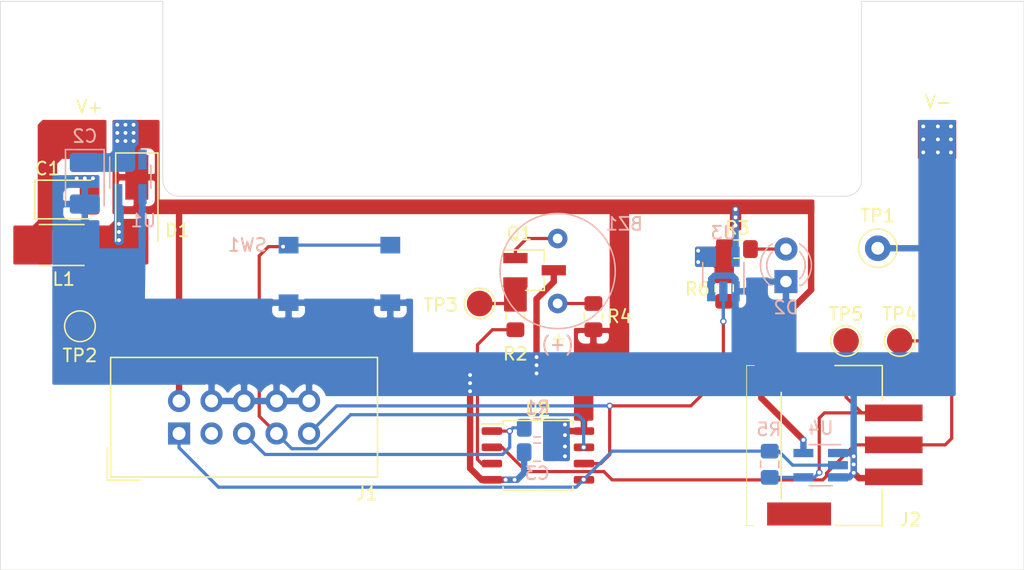
<source format=kicad_pcb>
(kicad_pcb (version 20171130) (host pcbnew 5.1.5)

  (general
    (thickness 1.6)
    (drawings 14)
    (tracks 181)
    (zones 0)
    (modules 31)
    (nets 19)
  )

  (page A4)
  (layers
    (0 F.Cu signal)
    (31 B.Cu signal)
    (32 B.Adhes user hide)
    (33 F.Adhes user hide)
    (34 B.Paste user hide)
    (35 F.Paste user hide)
    (36 B.SilkS user)
    (37 F.SilkS user)
    (38 B.Mask user hide)
    (39 F.Mask user hide)
    (40 Dwgs.User user hide)
    (41 Cmts.User user hide)
    (42 Eco1.User user hide)
    (43 Eco2.User user hide)
    (44 Edge.Cuts user)
    (45 Margin user hide)
    (46 B.CrtYd user hide)
    (47 F.CrtYd user hide)
    (48 B.Fab user hide)
    (49 F.Fab user hide)
  )

  (setup
    (last_trace_width 0.25)
    (trace_clearance 0.2)
    (zone_clearance 0.2)
    (zone_45_only no)
    (trace_min 0.2)
    (via_size 0.5)
    (via_drill 0.3)
    (via_min_size 0.45)
    (via_min_drill 0.2)
    (uvia_size 0.3)
    (uvia_drill 0.1)
    (uvias_allowed yes)
    (uvia_min_size 0.2)
    (uvia_min_drill 0.1)
    (edge_width 0.05)
    (segment_width 0.2)
    (pcb_text_width 0.3)
    (pcb_text_size 1.5 1.5)
    (mod_edge_width 0.12)
    (mod_text_size 1 1)
    (mod_text_width 0.15)
    (pad_size 2 2)
    (pad_drill 0)
    (pad_to_mask_clearance 0.051)
    (solder_mask_min_width 0.25)
    (aux_axis_origin 0 0)
    (visible_elements FFFFEF7F)
    (pcbplotparams
      (layerselection 0x01020_7fffffff)
      (usegerberextensions false)
      (usegerberattributes false)
      (usegerberadvancedattributes false)
      (creategerberjobfile false)
      (excludeedgelayer true)
      (linewidth 0.100000)
      (plotframeref false)
      (viasonmask false)
      (mode 1)
      (useauxorigin false)
      (hpglpennumber 1)
      (hpglpenspeed 20)
      (hpglpendiameter 15.000000)
      (psnegative false)
      (psa4output false)
      (plotreference true)
      (plotvalue true)
      (plotinvisibletext false)
      (padsonsilk false)
      (subtractmaskfromsilk false)
      (outputformat 5)
      (mirror true)
      (drillshape 0)
      (scaleselection 1)
      (outputdirectory "/home/bazhenov/Desktop/"))
  )

  (net 0 "")
  (net 1 GND)
  (net 2 "Net-(BZ1-Pad1)")
  (net 3 "Net-(BZ1-Pad2)")
  (net 4 VCC)
  (net 5 "Net-(D1-Pad2)")
  (net 6 "Net-(D2-Pad2)")
  (net 7 /MOSI)
  (net 8 "Net-(J1-Pad3)")
  (net 9 /RST)
  (net 10 /SCK)
  (net 11 /MISO)
  (net 12 "Net-(J2-Pad2)")
  (net 13 "Net-(Q1-Pad2)")
  (net 14 "Net-(R2-Pad2)")
  (net 15 "Net-(U1-Pad3)")
  (net 16 /Vbat)
  (net 17 "Net-(J2-Pad1)")
  (net 18 "Net-(R3-Pad1)")

  (net_class Default "This is the default net class."
    (clearance 0.2)
    (trace_width 0.25)
    (via_dia 0.5)
    (via_drill 0.3)
    (uvia_dia 0.3)
    (uvia_drill 0.1)
    (add_net /MISO)
    (add_net /MOSI)
    (add_net /RST)
    (add_net /SCK)
    (add_net "Net-(BZ1-Pad1)")
    (add_net "Net-(D1-Pad2)")
    (add_net "Net-(J1-Pad3)")
    (add_net "Net-(J2-Pad1)")
    (add_net "Net-(J2-Pad2)")
    (add_net "Net-(Q1-Pad2)")
    (add_net "Net-(R2-Pad2)")
    (add_net "Net-(R3-Pad1)")
    (add_net "Net-(U1-Pad3)")
  )

  (net_class POWER ""
    (clearance 0.2)
    (trace_width 0.5)
    (via_dia 0.5)
    (via_drill 0.3)
    (uvia_dia 0.3)
    (uvia_drill 0.1)
    (add_net /Vbat)
    (add_net GND)
    (add_net "Net-(BZ1-Pad2)")
    (add_net "Net-(D2-Pad2)")
    (add_net VCC)
  )

  (module hrem:buzzer (layer B.Cu) (tedit 5E362E53) (tstamp 5DE20E61)
    (at 99.441 64.262 90)
    (path /5D9F300D)
    (fp_text reference BZ1 (at 3.683 5.207) (layer B.SilkS)
      (effects (font (size 1 1) (thickness 0.15)) (justify mirror))
    )
    (fp_text value Buzzer (at 0 -2.54 270) (layer B.Fab)
      (effects (font (size 1 1) (thickness 0.15)) (justify mirror))
    )
    (fp_text user "(+)" (at -5.715 0 180) (layer B.SilkS)
      (effects (font (size 1 1) (thickness 0.15)) (justify mirror))
    )
    (fp_circle (center 0 0) (end 5 0) (layer B.CrtYd) (width 0.12))
    (fp_circle (center 0 0) (end 4.5 0) (layer B.SilkS) (width 0.12))
    (fp_text user + (at -5.334 0 90) (layer F.SilkS)
      (effects (font (size 1 1) (thickness 0.15)))
    )
    (pad 2 thru_hole circle (at 2.54 0 90) (size 1.524 1.524) (drill 0.762) (layers *.Cu *.Mask)
      (net 3 "Net-(BZ1-Pad2)"))
    (pad 1 thru_hole circle (at -2.54 0 90) (size 1.524 1.524) (drill 0.762) (layers *.Cu *.Mask)
      (net 2 "Net-(BZ1-Pad1)"))
  )

  (module "hrem:Diptronics DTSM-65N" (layer B.Cu) (tedit 5E2415FB) (tstamp 5E24248C)
    (at 82.385 64.4885)
    (path /5DE40789)
    (fp_text reference SW1 (at -7.201 -2.2585) (layer B.SilkS)
      (effects (font (size 1 1) (thickness 0.15)) (justify mirror))
    )
    (fp_text value SW_Push_Dual (at 0 5.08) (layer B.Fab)
      (effects (font (size 1 1) (thickness 0.15)) (justify mirror))
    )
    (fp_line (start -3.2 3.2) (end 3.2 3.2) (layer B.CrtYd) (width 0.12))
    (fp_line (start 3.2 3.2) (end 3.2 -3.2) (layer B.CrtYd) (width 0.12))
    (fp_line (start 3.2 -3.2) (end -3.2 -3.2) (layer B.CrtYd) (width 0.12))
    (fp_line (start -3.2 -3.2) (end -3.2 3.2) (layer B.CrtYd) (width 0.12))
    (fp_circle (center 0 0) (end 1.75 0) (layer B.CrtYd) (width 0.12))
    (pad 1 smd rect (at -3.975 2.25) (size 1.55 1.3) (layers B.Cu B.Paste B.Mask)
      (net 1 GND))
    (pad 1 smd rect (at 3.975 2.25) (size 1.55 1.3) (layers B.Cu B.Paste B.Mask)
      (net 1 GND))
    (pad 2 smd rect (at -3.975 -2.25) (size 1.55 1.3) (layers B.Cu B.Paste B.Mask)
      (net 10 /SCK))
    (pad 2 smd rect (at 3.975 -2.25) (size 1.55 1.3) (layers B.Cu B.Paste B.Mask)
      (net 10 /SCK))
  )

  (module TestPoint:TestPoint_Pad_D2.0mm (layer F.Cu) (tedit 5E23F432) (tstamp 5E23FC3D)
    (at 121.9835 69.723 180)
    (descr "SMD pad as test Point, diameter 2.0mm")
    (tags "test point SMD pad")
    (path /5E2F285F)
    (attr virtual)
    (fp_text reference TP5 (at 0 2.0955) (layer F.SilkS)
      (effects (font (size 1 1) (thickness 0.15)))
    )
    (fp_text value TestPoint_Flag (at 0 2.05) (layer F.Fab) hide
      (effects (font (size 1 1) (thickness 0.15)))
    )
    (fp_text user %R (at 0 -2) (layer F.Fab)
      (effects (font (size 1 1) (thickness 0.15)))
    )
    (fp_circle (center 0 0) (end 1.5 0) (layer F.CrtYd) (width 0.05))
    (fp_circle (center 0 0) (end 0 1.2) (layer F.SilkS) (width 0.12))
    (pad 1 smd circle (at 0 0 180) (size 2 2) (layers F.Cu F.Mask)
      (net 17 "Net-(J2-Pad1)"))
  )

  (module TestPoint:TestPoint_Pad_D2.0mm (layer F.Cu) (tedit 5E23F435) (tstamp 5E23FC35)
    (at 126.1745 69.723)
    (descr "SMD pad as test Point, diameter 2.0mm")
    (tags "test point SMD pad")
    (path /5E2F9918)
    (attr virtual)
    (fp_text reference TP4 (at 0 -2.0955) (layer F.SilkS)
      (effects (font (size 1 1) (thickness 0.15)))
    )
    (fp_text value TestPoint_Flag (at 0 2.05) (layer F.Fab) hide
      (effects (font (size 1 1) (thickness 0.15)))
    )
    (fp_text user %R (at 0 -2) (layer F.Fab)
      (effects (font (size 1 1) (thickness 0.15)))
    )
    (fp_circle (center 0 0) (end 1.5 0) (layer F.CrtYd) (width 0.05))
    (fp_circle (center 0 0) (end 0 1.2) (layer F.SilkS) (width 0.12))
    (pad 1 smd circle (at 0 0) (size 2 2) (layers F.Cu F.Mask)
      (net 12 "Net-(J2-Pad2)"))
  )

  (module TestPoint:TestPoint_Pad_D2.0mm (layer F.Cu) (tedit 5A0F774F) (tstamp 5E259283)
    (at 93.345 66.802)
    (descr "SMD pad as test Point, diameter 2.0mm")
    (tags "test point SMD pad")
    (path /5E2F4B64)
    (attr virtual)
    (fp_text reference TP3 (at -3.048 0.127) (layer F.SilkS)
      (effects (font (size 1 1) (thickness 0.15)))
    )
    (fp_text value TestPoint_Flag (at 0 2.05) (layer F.Fab)
      (effects (font (size 1 1) (thickness 0.15)))
    )
    (fp_circle (center 0 0) (end 0 1.2) (layer F.SilkS) (width 0.12))
    (fp_circle (center 0 0) (end 1.5 0) (layer F.CrtYd) (width 0.05))
    (fp_text user %R (at 0 -2) (layer F.Fab)
      (effects (font (size 1 1) (thickness 0.15)))
    )
    (pad 1 smd circle (at 0 0) (size 2 2) (layers F.Cu F.Mask)
      (net 13 "Net-(Q1-Pad2)"))
  )

  (module TestPoint:TestPoint_Pad_D2.0mm (layer F.Cu) (tedit 5A0F774F) (tstamp 5E23FC25)
    (at 62.103 68.58)
    (descr "SMD pad as test Point, diameter 2.0mm")
    (tags "test point SMD pad")
    (path /5E2F0DC2)
    (attr virtual)
    (fp_text reference TP2 (at 0 2.286) (layer F.SilkS)
      (effects (font (size 1 1) (thickness 0.15)))
    )
    (fp_text value TestPoint_Flag (at 0 2.05) (layer F.Fab) hide
      (effects (font (size 1 1) (thickness 0.15)))
    )
    (fp_circle (center 0 0) (end 0 1.2) (layer F.SilkS) (width 0.12))
    (fp_circle (center 0 0) (end 1.5 0) (layer F.CrtYd) (width 0.05))
    (fp_text user %R (at -1.651 -4.445) (layer F.Fab) hide
      (effects (font (size 1 1) (thickness 0.15)))
    )
    (pad 1 smd circle (at 0 0) (size 2 2) (layers F.Cu F.Mask)
      (net 4 VCC))
  )

  (module TestPoint:TestPoint_Loop_D2.50mm_Drill1.0mm (layer F.Cu) (tedit 5A0F774F) (tstamp 5E23FC1D)
    (at 124.46 62.484)
    (descr "wire loop as test point, loop diameter 2.5mm, hole diameter 1.0mm")
    (tags "test point wire loop bead")
    (path /5E2E9580)
    (fp_text reference TP1 (at 0 -2.54) (layer F.SilkS)
      (effects (font (size 1 1) (thickness 0.15)))
    )
    (fp_text value TestPoint_Flag (at 0 -2.8) (layer F.Fab) hide
      (effects (font (size 1 1) (thickness 0.15)))
    )
    (fp_line (start -1.3 -0.2) (end -1.3 0.2) (layer F.Fab) (width 0.12))
    (fp_line (start -1.3 0.2) (end 1.3 0.2) (layer F.Fab) (width 0.12))
    (fp_line (start 1.3 0.2) (end 1.3 -0.2) (layer F.Fab) (width 0.12))
    (fp_line (start 1.3 -0.2) (end -1.3 -0.2) (layer F.Fab) (width 0.12))
    (fp_circle (center 0 0) (end 1.8 0) (layer F.CrtYd) (width 0.05))
    (fp_circle (center 0 0) (end 1.5 0) (layer F.SilkS) (width 0.12))
    (fp_text user %R (at 0.7 2.5) (layer F.Fab)
      (effects (font (size 1 1) (thickness 0.15)))
    )
    (pad 1 thru_hole circle (at 0 0) (size 2 2) (drill 1) (layers *.Cu *.Mask)
      (net 1 GND))
    (model ${KISYS3DMOD}/TestPoint.3dshapes/TestPoint_Loop_D2.50mm_Drill1.0mm.wrl
      (at (xyz 0 0 0))
      (scale (xyz 1 1 1))
      (rotate (xyz 0 0 0))
    )
  )

  (module Connector_IDC:IDC-Header_2x05_P2.54mm_Vertical (layer F.Cu) (tedit 59DE0611) (tstamp 5E23FC11)
    (at 69.85 76.962 90)
    (descr "Through hole straight IDC box header, 2x05, 2.54mm pitch, double rows")
    (tags "Through hole IDC box header THT 2x05 2.54mm double row")
    (path /5E2E6590)
    (fp_text reference J1 (at -4.699 14.6685 180) (layer F.SilkS)
      (effects (font (size 1 1) (thickness 0.15)))
    )
    (fp_text value AVR-ISP (at 1.27 16.764 90) (layer F.Fab)
      (effects (font (size 1 1) (thickness 0.15)))
    )
    (fp_text user %R (at 1.27 5.08 90) (layer F.Fab)
      (effects (font (size 1 1) (thickness 0.15)))
    )
    (fp_line (start 5.695 -5.1) (end 5.695 15.26) (layer F.Fab) (width 0.1))
    (fp_line (start 5.145 -4.56) (end 5.145 14.7) (layer F.Fab) (width 0.1))
    (fp_line (start -3.155 -5.1) (end -3.155 15.26) (layer F.Fab) (width 0.1))
    (fp_line (start -2.605 -4.56) (end -2.605 2.83) (layer F.Fab) (width 0.1))
    (fp_line (start -2.605 7.33) (end -2.605 14.7) (layer F.Fab) (width 0.1))
    (fp_line (start -2.605 2.83) (end -3.155 2.83) (layer F.Fab) (width 0.1))
    (fp_line (start -2.605 7.33) (end -3.155 7.33) (layer F.Fab) (width 0.1))
    (fp_line (start 5.695 -5.1) (end -3.155 -5.1) (layer F.Fab) (width 0.1))
    (fp_line (start 5.145 -4.56) (end -2.605 -4.56) (layer F.Fab) (width 0.1))
    (fp_line (start 5.695 15.26) (end -3.155 15.26) (layer F.Fab) (width 0.1))
    (fp_line (start 5.145 14.7) (end -2.605 14.7) (layer F.Fab) (width 0.1))
    (fp_line (start 5.695 -5.1) (end 5.145 -4.56) (layer F.Fab) (width 0.1))
    (fp_line (start 5.695 15.26) (end 5.145 14.7) (layer F.Fab) (width 0.1))
    (fp_line (start -3.155 -5.1) (end -2.605 -4.56) (layer F.Fab) (width 0.1))
    (fp_line (start -3.155 15.26) (end -2.605 14.7) (layer F.Fab) (width 0.1))
    (fp_line (start 5.95 -5.35) (end 5.95 15.51) (layer F.CrtYd) (width 0.05))
    (fp_line (start 5.95 15.51) (end -3.41 15.51) (layer F.CrtYd) (width 0.05))
    (fp_line (start -3.41 15.51) (end -3.41 -5.35) (layer F.CrtYd) (width 0.05))
    (fp_line (start -3.41 -5.35) (end 5.95 -5.35) (layer F.CrtYd) (width 0.05))
    (fp_line (start 5.945 -5.35) (end 5.945 15.51) (layer F.SilkS) (width 0.12))
    (fp_line (start 5.945 15.51) (end -3.405 15.51) (layer F.SilkS) (width 0.12))
    (fp_line (start -3.405 15.51) (end -3.405 -5.35) (layer F.SilkS) (width 0.12))
    (fp_line (start -3.405 -5.35) (end 5.945 -5.35) (layer F.SilkS) (width 0.12))
    (fp_line (start -3.655 -5.6) (end -3.655 -3.06) (layer F.SilkS) (width 0.12))
    (fp_line (start -3.655 -5.6) (end -1.115 -5.6) (layer F.SilkS) (width 0.12))
    (pad 1 thru_hole rect (at 0 0 90) (size 1.7272 1.7272) (drill 1.016) (layers *.Cu *.Mask)
      (net 7 /MOSI))
    (pad 2 thru_hole oval (at 2.54 0 90) (size 1.7272 1.7272) (drill 1.016) (layers *.Cu *.Mask)
      (net 4 VCC))
    (pad 3 thru_hole oval (at 0 2.54 90) (size 1.7272 1.7272) (drill 1.016) (layers *.Cu *.Mask)
      (net 8 "Net-(J1-Pad3)"))
    (pad 4 thru_hole oval (at 2.54 2.54 90) (size 1.7272 1.7272) (drill 1.016) (layers *.Cu *.Mask)
      (net 1 GND))
    (pad 5 thru_hole oval (at 0 5.08 90) (size 1.7272 1.7272) (drill 1.016) (layers *.Cu *.Mask)
      (net 9 /RST))
    (pad 6 thru_hole oval (at 2.54 5.08 90) (size 1.7272 1.7272) (drill 1.016) (layers *.Cu *.Mask)
      (net 1 GND))
    (pad 7 thru_hole oval (at 0 7.62 90) (size 1.7272 1.7272) (drill 1.016) (layers *.Cu *.Mask)
      (net 10 /SCK))
    (pad 8 thru_hole oval (at 2.54 7.62 90) (size 1.7272 1.7272) (drill 1.016) (layers *.Cu *.Mask)
      (net 1 GND))
    (pad 9 thru_hole oval (at 0 10.16 90) (size 1.7272 1.7272) (drill 1.016) (layers *.Cu *.Mask)
      (net 11 /MISO))
    (pad 10 thru_hole oval (at 2.54 10.16 90) (size 1.7272 1.7272) (drill 1.016) (layers *.Cu *.Mask)
      (net 1 GND))
    (model ${KISYS3DMOD}/Connector_IDC.3dshapes/IDC-Header_2x05_P2.54mm_Vertical.wrl
      (at (xyz 0 0 0))
      (scale (xyz 1 1 1))
      (rotate (xyz 0 0 0))
    )
  )

  (module Package_TO_SOT_SMD:SOT-23-5_HandSoldering (layer B.Cu) (tedit 5A0AB76C) (tstamp 5E23F199)
    (at 119.9985 79.4385 180)
    (descr "5-pin SOT23 package")
    (tags "SOT-23-5 hand-soldering")
    (path /5E2B2E3B)
    (attr smd)
    (fp_text reference U4 (at 0 2.9) (layer B.SilkS)
      (effects (font (size 1 1) (thickness 0.15)) (justify mirror))
    )
    (fp_text value 74LVC1G125 (at 0 -2.9) (layer B.Fab)
      (effects (font (size 1 1) (thickness 0.15)) (justify mirror))
    )
    (fp_line (start 2.38 -1.8) (end -2.38 -1.8) (layer B.CrtYd) (width 0.05))
    (fp_line (start 2.38 -1.8) (end 2.38 1.8) (layer B.CrtYd) (width 0.05))
    (fp_line (start -2.38 1.8) (end -2.38 -1.8) (layer B.CrtYd) (width 0.05))
    (fp_line (start -2.38 1.8) (end 2.38 1.8) (layer B.CrtYd) (width 0.05))
    (fp_line (start 0.9 1.55) (end 0.9 -1.55) (layer B.Fab) (width 0.1))
    (fp_line (start 0.9 -1.55) (end -0.9 -1.55) (layer B.Fab) (width 0.1))
    (fp_line (start -0.9 0.9) (end -0.9 -1.55) (layer B.Fab) (width 0.1))
    (fp_line (start 0.9 1.55) (end -0.25 1.55) (layer B.Fab) (width 0.1))
    (fp_line (start -0.9 0.9) (end -0.25 1.55) (layer B.Fab) (width 0.1))
    (fp_line (start 0.9 1.61) (end -1.55 1.61) (layer B.SilkS) (width 0.12))
    (fp_line (start -0.9 -1.61) (end 0.9 -1.61) (layer B.SilkS) (width 0.12))
    (fp_text user %R (at 0 0 270) (layer B.Fab)
      (effects (font (size 0.5 0.5) (thickness 0.075)) (justify mirror))
    )
    (pad 5 smd rect (at 1.35 0.95 180) (size 1.56 0.65) (layers B.Cu B.Paste B.Mask)
      (net 4 VCC))
    (pad 4 smd rect (at 1.35 -0.95 180) (size 1.56 0.65) (layers B.Cu B.Paste B.Mask)
      (net 17 "Net-(J2-Pad1)"))
    (pad 3 smd rect (at -1.35 -0.95 180) (size 1.56 0.65) (layers B.Cu B.Paste B.Mask)
      (net 1 GND))
    (pad 2 smd rect (at -1.35 0 180) (size 1.56 0.65) (layers B.Cu B.Paste B.Mask)
      (net 7 /MOSI))
    (pad 1 smd rect (at -1.35 0.95 180) (size 1.56 0.65) (layers B.Cu B.Paste B.Mask)
      (net 1 GND))
    (model ${KISYS3DMOD}/Package_TO_SOT_SMD.3dshapes/SOT-23-5.wrl
      (at (xyz 0 0 0))
      (scale (xyz 1 1 1))
      (rotate (xyz 0 0 0))
    )
  )

  (module Package_TO_SOT_SMD:SOT-23-5_HandSoldering (layer B.Cu) (tedit 5A0AB76C) (tstamp 5E23F184)
    (at 112.3925 64.4995 90)
    (descr "5-pin SOT23 package")
    (tags "SOT-23-5 hand-soldering")
    (path /5E2638C3)
    (attr smd)
    (fp_text reference U3 (at 3.222 0.0025 180) (layer B.SilkS)
      (effects (font (size 1 1) (thickness 0.15)) (justify mirror))
    )
    (fp_text value 74LVC1G125 (at 0 -2.9 270) (layer B.Fab)
      (effects (font (size 1 1) (thickness 0.15)) (justify mirror))
    )
    (fp_text user %R (at 0 0) (layer B.Fab)
      (effects (font (size 0.5 0.5) (thickness 0.075)) (justify mirror))
    )
    (fp_line (start -0.9 -1.61) (end 0.9 -1.61) (layer B.SilkS) (width 0.12))
    (fp_line (start 0.9 1.61) (end -1.55 1.61) (layer B.SilkS) (width 0.12))
    (fp_line (start -0.9 0.9) (end -0.25 1.55) (layer B.Fab) (width 0.1))
    (fp_line (start 0.9 1.55) (end -0.25 1.55) (layer B.Fab) (width 0.1))
    (fp_line (start -0.9 0.9) (end -0.9 -1.55) (layer B.Fab) (width 0.1))
    (fp_line (start 0.9 -1.55) (end -0.9 -1.55) (layer B.Fab) (width 0.1))
    (fp_line (start 0.9 1.55) (end 0.9 -1.55) (layer B.Fab) (width 0.1))
    (fp_line (start -2.38 1.8) (end 2.38 1.8) (layer B.CrtYd) (width 0.05))
    (fp_line (start -2.38 1.8) (end -2.38 -1.8) (layer B.CrtYd) (width 0.05))
    (fp_line (start 2.38 -1.8) (end 2.38 1.8) (layer B.CrtYd) (width 0.05))
    (fp_line (start 2.38 -1.8) (end -2.38 -1.8) (layer B.CrtYd) (width 0.05))
    (pad 1 smd rect (at -1.35 0.95 90) (size 1.56 0.65) (layers B.Cu B.Paste B.Mask)
      (net 1 GND))
    (pad 2 smd rect (at -1.35 0 90) (size 1.56 0.65) (layers B.Cu B.Paste B.Mask)
      (net 11 /MISO))
    (pad 3 smd rect (at -1.35 -0.95 90) (size 1.56 0.65) (layers B.Cu B.Paste B.Mask)
      (net 1 GND))
    (pad 4 smd rect (at 1.35 -0.95 90) (size 1.56 0.65) (layers B.Cu B.Paste B.Mask)
      (net 18 "Net-(R3-Pad1)"))
    (pad 5 smd rect (at 1.35 0.95 90) (size 1.56 0.65) (layers B.Cu B.Paste B.Mask)
      (net 4 VCC))
    (model ${KISYS3DMOD}/Package_TO_SOT_SMD.3dshapes/SOT-23-5.wrl
      (at (xyz 0 0 0))
      (scale (xyz 1 1 1))
      (rotate (xyz 0 0 0))
    )
  )

  (module Resistor_SMD:R_0805_2012Metric_Pad1.15x1.40mm_HandSolder (layer F.Cu) (tedit 5B36C52B) (tstamp 5E23F16F)
    (at 112.4585 65.6045 90)
    (descr "Resistor SMD 0805 (2012 Metric), square (rectangular) end terminal, IPC_7351 nominal with elongated pad for handsoldering. (Body size source: https://docs.google.com/spreadsheets/d/1BsfQQcO9C6DZCsRaXUlFlo91Tg2WpOkGARC1WS5S8t0/edit?usp=sharing), generated with kicad-footprint-generator")
    (tags "resistor handsolder")
    (path /5E2942EF)
    (attr smd)
    (fp_text reference R6 (at -0.0545 -2.0955 180) (layer F.SilkS)
      (effects (font (size 1 1) (thickness 0.15)))
    )
    (fp_text value 0R (at 0 1.65 90) (layer F.Fab)
      (effects (font (size 1 1) (thickness 0.15)))
    )
    (fp_text user %R (at 0 0 90) (layer F.Fab)
      (effects (font (size 0.5 0.5) (thickness 0.08)))
    )
    (fp_line (start 1.85 0.95) (end -1.85 0.95) (layer F.CrtYd) (width 0.05))
    (fp_line (start 1.85 -0.95) (end 1.85 0.95) (layer F.CrtYd) (width 0.05))
    (fp_line (start -1.85 -0.95) (end 1.85 -0.95) (layer F.CrtYd) (width 0.05))
    (fp_line (start -1.85 0.95) (end -1.85 -0.95) (layer F.CrtYd) (width 0.05))
    (fp_line (start -0.261252 0.71) (end 0.261252 0.71) (layer F.SilkS) (width 0.12))
    (fp_line (start -0.261252 -0.71) (end 0.261252 -0.71) (layer F.SilkS) (width 0.12))
    (fp_line (start 1 0.6) (end -1 0.6) (layer F.Fab) (width 0.1))
    (fp_line (start 1 -0.6) (end 1 0.6) (layer F.Fab) (width 0.1))
    (fp_line (start -1 -0.6) (end 1 -0.6) (layer F.Fab) (width 0.1))
    (fp_line (start -1 0.6) (end -1 -0.6) (layer F.Fab) (width 0.1))
    (pad 2 smd roundrect (at 1.025 0 90) (size 1.15 1.4) (layers F.Cu F.Paste F.Mask) (roundrect_rratio 0.217391)
      (net 18 "Net-(R3-Pad1)"))
    (pad 1 smd roundrect (at -1.025 0 90) (size 1.15 1.4) (layers F.Cu F.Paste F.Mask) (roundrect_rratio 0.217391)
      (net 11 /MISO))
    (model ${KISYS3DMOD}/Resistor_SMD.3dshapes/R_0805_2012Metric.wrl
      (at (xyz 0 0 0))
      (scale (xyz 1 1 1))
      (rotate (xyz 0 0 0))
    )
  )

  (module Resistor_SMD:R_0805_2012Metric_Pad1.15x1.40mm_HandSolder (layer B.Cu) (tedit 5B36C52B) (tstamp 5E23F15E)
    (at 116.0145 79.366 270)
    (descr "Resistor SMD 0805 (2012 Metric), square (rectangular) end terminal, IPC_7351 nominal with elongated pad for handsoldering. (Body size source: https://docs.google.com/spreadsheets/d/1BsfQQcO9C6DZCsRaXUlFlo91Tg2WpOkGARC1WS5S8t0/edit?usp=sharing), generated with kicad-footprint-generator")
    (tags "resistor handsolder")
    (path /5E2D3782)
    (attr smd)
    (fp_text reference R5 (at -2.7215 0.0635) (layer B.SilkS)
      (effects (font (size 1 1) (thickness 0.15)) (justify mirror))
    )
    (fp_text value 0R (at 0 -1.65 270) (layer B.Fab)
      (effects (font (size 1 1) (thickness 0.15)) (justify mirror))
    )
    (fp_line (start -1 -0.6) (end -1 0.6) (layer B.Fab) (width 0.1))
    (fp_line (start -1 0.6) (end 1 0.6) (layer B.Fab) (width 0.1))
    (fp_line (start 1 0.6) (end 1 -0.6) (layer B.Fab) (width 0.1))
    (fp_line (start 1 -0.6) (end -1 -0.6) (layer B.Fab) (width 0.1))
    (fp_line (start -0.261252 0.71) (end 0.261252 0.71) (layer B.SilkS) (width 0.12))
    (fp_line (start -0.261252 -0.71) (end 0.261252 -0.71) (layer B.SilkS) (width 0.12))
    (fp_line (start -1.85 -0.95) (end -1.85 0.95) (layer B.CrtYd) (width 0.05))
    (fp_line (start -1.85 0.95) (end 1.85 0.95) (layer B.CrtYd) (width 0.05))
    (fp_line (start 1.85 0.95) (end 1.85 -0.95) (layer B.CrtYd) (width 0.05))
    (fp_line (start 1.85 -0.95) (end -1.85 -0.95) (layer B.CrtYd) (width 0.05))
    (fp_text user %R (at 0 0 270) (layer B.Fab)
      (effects (font (size 0.5 0.5) (thickness 0.08)) (justify mirror))
    )
    (pad 1 smd roundrect (at -1.025 0 270) (size 1.15 1.4) (layers B.Cu B.Paste B.Mask) (roundrect_rratio 0.217391)
      (net 7 /MOSI))
    (pad 2 smd roundrect (at 1.025 0 270) (size 1.15 1.4) (layers B.Cu B.Paste B.Mask) (roundrect_rratio 0.217391)
      (net 17 "Net-(J2-Pad1)"))
    (model ${KISYS3DMOD}/Resistor_SMD.3dshapes/R_0805_2012Metric.wrl
      (at (xyz 0 0 0))
      (scale (xyz 1 1 1))
      (rotate (xyz 0 0 0))
    )
  )

  (module "hrem:Murata LQH43" (layer F.Cu) (tedit 5E22F2C7) (tstamp 5E23434F)
    (at 60.92 61.13)
    (path /5DA22770)
    (fp_text reference L1 (at -0.087 3.767) (layer F.SilkS)
      (effects (font (size 1 1) (thickness 0.15)))
    )
    (fp_text value 100uH (at 1.183 5.291) (layer F.Fab)
      (effects (font (size 1 1) (thickness 0.15)))
    )
    (fp_line (start -2 -0.5) (end 1.5 -0.5) (layer F.SilkS) (width 0.12))
    (fp_line (start -2 2.7) (end 1.5 2.7) (layer F.SilkS) (width 0.12))
    (pad 1 smd rect (at -2.5 1.1) (size 3 3) (layers F.Cu F.Paste F.Mask)
      (net 16 /Vbat))
    (pad 2 smd rect (at 2 1.1) (size 3 3) (layers F.Cu F.Paste F.Mask)
      (net 5 "Net-(D1-Pad2)"))
  )

  (module Capacitor_SMD:C_0805_2012Metric_Pad1.15x1.40mm_HandSolder (layer B.Cu) (tedit 5B36C52B) (tstamp 5E23433F)
    (at 97.8445 78.4225 180)
    (descr "Capacitor SMD 0805 (2012 Metric), square (rectangular) end terminal, IPC_7351 nominal with elongated pad for handsoldering. (Body size source: https://docs.google.com/spreadsheets/d/1BsfQQcO9C6DZCsRaXUlFlo91Tg2WpOkGARC1WS5S8t0/edit?usp=sharing), generated with kicad-footprint-generator")
    (tags "capacitor handsolder")
    (path /5DB6C80A)
    (attr smd)
    (fp_text reference C3 (at 0 -1.651 180) (layer B.SilkS)
      (effects (font (size 1 1) (thickness 0.15)) (justify mirror))
    )
    (fp_text value 100nF (at 0 -1.65 180) (layer B.Fab)
      (effects (font (size 1 1) (thickness 0.15)) (justify mirror))
    )
    (fp_line (start -1 -0.6) (end -1 0.6) (layer B.Fab) (width 0.1))
    (fp_line (start -1 0.6) (end 1 0.6) (layer B.Fab) (width 0.1))
    (fp_line (start 1 0.6) (end 1 -0.6) (layer B.Fab) (width 0.1))
    (fp_line (start 1 -0.6) (end -1 -0.6) (layer B.Fab) (width 0.1))
    (fp_line (start -0.261252 0.71) (end 0.261252 0.71) (layer B.SilkS) (width 0.12))
    (fp_line (start -0.261252 -0.71) (end 0.261252 -0.71) (layer B.SilkS) (width 0.12))
    (fp_line (start -1.85 -0.95) (end -1.85 0.95) (layer B.CrtYd) (width 0.05))
    (fp_line (start -1.85 0.95) (end 1.85 0.95) (layer B.CrtYd) (width 0.05))
    (fp_line (start 1.85 0.95) (end 1.85 -0.95) (layer B.CrtYd) (width 0.05))
    (fp_line (start 1.85 -0.95) (end -1.85 -0.95) (layer B.CrtYd) (width 0.05))
    (fp_text user %R (at 0 0 180) (layer B.Fab)
      (effects (font (size 0.5 0.5) (thickness 0.08)) (justify mirror))
    )
    (pad 1 smd roundrect (at -1.025 0 180) (size 1.15 1.4) (layers B.Cu B.Paste B.Mask) (roundrect_rratio 0.217391)
      (net 4 VCC))
    (pad 2 smd roundrect (at 1.025 0 180) (size 1.15 1.4) (layers B.Cu B.Paste B.Mask) (roundrect_rratio 0.217391)
      (net 1 GND))
    (model ${KISYS3DMOD}/Capacitor_SMD.3dshapes/C_0805_2012Metric.wrl
      (at (xyz 0 0 0))
      (scale (xyz 1 1 1))
      (rotate (xyz 0 0 0))
    )
  )

  (module LED_THT:LED_D3.0mm (layer B.Cu) (tedit 587A3A7B) (tstamp 5E23418F)
    (at 117.2845 65.0875 90)
    (descr "LED, diameter 3.0mm, 2 pins")
    (tags "LED diameter 3.0mm 2 pins")
    (path /5DA03F1D)
    (fp_text reference D2 (at -2.032 0) (layer B.SilkS)
      (effects (font (size 1 1) (thickness 0.15)) (justify mirror))
    )
    (fp_text value LED (at 1.27 -2.96 -90) (layer B.Fab)
      (effects (font (size 1 1) (thickness 0.15)) (justify mirror))
    )
    (fp_arc (start 1.27 0) (end -0.23 1.16619) (angle -284.3) (layer B.Fab) (width 0.1))
    (fp_arc (start 1.27 0) (end -0.29 1.235516) (angle -108.8) (layer B.SilkS) (width 0.12))
    (fp_arc (start 1.27 0) (end -0.29 -1.235516) (angle 108.8) (layer B.SilkS) (width 0.12))
    (fp_arc (start 1.27 0) (end 0.229039 1.08) (angle -87.9) (layer B.SilkS) (width 0.12))
    (fp_arc (start 1.27 0) (end 0.229039 -1.08) (angle 87.9) (layer B.SilkS) (width 0.12))
    (fp_circle (center 1.27 0) (end 2.77 0) (layer B.Fab) (width 0.1))
    (fp_line (start -0.23 1.16619) (end -0.23 -1.16619) (layer B.Fab) (width 0.1))
    (fp_line (start -0.29 1.236) (end -0.29 1.08) (layer B.SilkS) (width 0.12))
    (fp_line (start -0.29 -1.08) (end -0.29 -1.236) (layer B.SilkS) (width 0.12))
    (fp_line (start -1.15 2.25) (end -1.15 -2.25) (layer B.CrtYd) (width 0.05))
    (fp_line (start -1.15 -2.25) (end 3.7 -2.25) (layer B.CrtYd) (width 0.05))
    (fp_line (start 3.7 -2.25) (end 3.7 2.25) (layer B.CrtYd) (width 0.05))
    (fp_line (start 3.7 2.25) (end -1.15 2.25) (layer B.CrtYd) (width 0.05))
    (pad 1 thru_hole rect (at 0 0 90) (size 1.8 1.8) (drill 0.9) (layers *.Cu *.Mask)
      (net 1 GND))
    (pad 2 thru_hole circle (at 2.54 0 90) (size 1.8 1.8) (drill 0.9) (layers *.Cu *.Mask)
      (net 6 "Net-(D2-Pad2)"))
    (model ${KISYS3DMOD}/LED_THT.3dshapes/LED_D3.0mm.wrl
      (at (xyz 0 0 0))
      (scale (xyz 1 1 1))
      (rotate (xyz 0 0 0))
    )
  )

  (module Package_TO_SOT_SMD:SOT-23-5_HandSoldering (layer B.Cu) (tedit 5A0AB76C) (tstamp 5E1B02AC)
    (at 66.04 56.896 270)
    (descr "5-pin SOT23 package")
    (tags "SOT-23-5 hand-soldering")
    (path /5DC3B268)
    (attr smd)
    (fp_text reference U1 (at 3.429 -1.016) (layer B.SilkS)
      (effects (font (size 1 1) (thickness 0.15)) (justify mirror))
    )
    (fp_text value HT7733A (at -0.127 -5.207) (layer B.Fab)
      (effects (font (size 1 1) (thickness 0.15)) (justify mirror))
    )
    (fp_text user %R (at 0 0) (layer B.Fab)
      (effects (font (size 0.5 0.5) (thickness 0.075)) (justify mirror))
    )
    (fp_line (start -0.9 -1.61) (end 0.9 -1.61) (layer B.SilkS) (width 0.12))
    (fp_line (start 0.9 1.61) (end -1.55 1.61) (layer B.SilkS) (width 0.12))
    (fp_line (start -0.9 0.9) (end -0.25 1.55) (layer B.Fab) (width 0.1))
    (fp_line (start 0.9 1.55) (end -0.25 1.55) (layer B.Fab) (width 0.1))
    (fp_line (start -0.9 0.9) (end -0.9 -1.55) (layer B.Fab) (width 0.1))
    (fp_line (start 0.9 -1.55) (end -0.9 -1.55) (layer B.Fab) (width 0.1))
    (fp_line (start 0.9 1.55) (end 0.9 -1.55) (layer B.Fab) (width 0.1))
    (fp_line (start -2.38 1.8) (end 2.38 1.8) (layer B.CrtYd) (width 0.05))
    (fp_line (start -2.38 1.8) (end -2.38 -1.8) (layer B.CrtYd) (width 0.05))
    (fp_line (start 2.38 -1.8) (end 2.38 1.8) (layer B.CrtYd) (width 0.05))
    (fp_line (start 2.38 -1.8) (end -2.38 -1.8) (layer B.CrtYd) (width 0.05))
    (pad 1 smd rect (at -1.35 0.95 270) (size 1.56 0.65) (layers B.Cu B.Paste B.Mask)
      (net 4 VCC))
    (pad 2 smd rect (at -1.35 0 270) (size 1.56 0.65) (layers B.Cu B.Paste B.Mask)
      (net 4 VCC))
    (pad 3 smd rect (at -1.35 -0.95 270) (size 1.56 0.65) (layers B.Cu B.Paste B.Mask)
      (net 15 "Net-(U1-Pad3)"))
    (pad 4 smd rect (at 1.35 -0.95 270) (size 1.56 0.65) (layers B.Cu B.Paste B.Mask)
      (net 1 GND))
    (pad 5 smd rect (at 1.35 0.95 270) (size 1.56 0.65) (layers B.Cu B.Paste B.Mask)
      (net 5 "Net-(D1-Pad2)"))
    (model ${KISYS3DMOD}/Package_TO_SOT_SMD.3dshapes/SOT-23-5.wrl
      (at (xyz 0 0 0))
      (scale (xyz 1 1 1))
      (rotate (xyz 0 0 0))
    )
  )

  (module Package_SO:SOIC-8_5.23x5.23mm_P1.27mm (layer F.Cu) (tedit 5D9F72B1) (tstamp 5E19D689)
    (at 97.8975 78.6765)
    (descr "SOIC, 8 Pin (http://www.winbond.com/resource-files/w25q32jv%20revg%2003272018%20plus.pdf#page=68), generated with kicad-footprint-generator ipc_gullwing_generator.py")
    (tags "SOIC SO")
    (path /5D9F2256)
    (attr smd)
    (fp_text reference U2 (at 0 -3.56) (layer F.SilkS)
      (effects (font (size 1 1) (thickness 0.15)))
    )
    (fp_text value ATtiny85 (at 0 3.56) (layer F.Fab)
      (effects (font (size 1 1) (thickness 0.15)))
    )
    (fp_line (start 0 2.725) (end 2.725 2.725) (layer F.SilkS) (width 0.12))
    (fp_line (start 2.725 2.725) (end 2.725 2.465) (layer F.SilkS) (width 0.12))
    (fp_line (start 0 2.725) (end -2.725 2.725) (layer F.SilkS) (width 0.12))
    (fp_line (start -2.725 2.725) (end -2.725 2.465) (layer F.SilkS) (width 0.12))
    (fp_line (start 0 -2.725) (end 2.725 -2.725) (layer F.SilkS) (width 0.12))
    (fp_line (start 2.725 -2.725) (end 2.725 -2.465) (layer F.SilkS) (width 0.12))
    (fp_line (start 0 -2.725) (end -2.725 -2.725) (layer F.SilkS) (width 0.12))
    (fp_line (start -2.725 -2.725) (end -2.725 -2.465) (layer F.SilkS) (width 0.12))
    (fp_line (start -2.725 -2.465) (end -4.4 -2.465) (layer F.SilkS) (width 0.12))
    (fp_line (start -1.615 -2.615) (end 2.615 -2.615) (layer F.Fab) (width 0.1))
    (fp_line (start 2.615 -2.615) (end 2.615 2.615) (layer F.Fab) (width 0.1))
    (fp_line (start 2.615 2.615) (end -2.615 2.615) (layer F.Fab) (width 0.1))
    (fp_line (start -2.615 2.615) (end -2.615 -1.615) (layer F.Fab) (width 0.1))
    (fp_line (start -2.615 -1.615) (end -1.615 -2.615) (layer F.Fab) (width 0.1))
    (fp_line (start -4.65 -2.86) (end -4.65 2.86) (layer F.CrtYd) (width 0.05))
    (fp_line (start -4.65 2.86) (end 4.65 2.86) (layer F.CrtYd) (width 0.05))
    (fp_line (start 4.65 2.86) (end 4.65 -2.86) (layer F.CrtYd) (width 0.05))
    (fp_line (start 4.65 -2.86) (end -4.65 -2.86) (layer F.CrtYd) (width 0.05))
    (fp_text user %R (at 0 0) (layer F.Fab)
      (effects (font (size 1 1) (thickness 0.15)))
    )
    (pad 1 smd roundrect (at -3.6 -1.905) (size 1.6 0.6) (layers F.Cu F.Paste F.Mask) (roundrect_rratio 0.25)
      (net 9 /RST))
    (pad 2 smd roundrect (at -3.6 -0.635) (size 1.6 0.6) (layers F.Cu F.Paste F.Mask) (roundrect_rratio 0.25)
      (net 12 "Net-(J2-Pad2)"))
    (pad 3 smd roundrect (at -3.6 0.635) (size 1.6 0.6) (layers F.Cu F.Paste F.Mask) (roundrect_rratio 0.25)
      (net 14 "Net-(R2-Pad2)"))
    (pad 4 smd roundrect (at -3.6 1.905) (size 1.6 0.6) (layers F.Cu F.Paste F.Mask) (roundrect_rratio 0.25)
      (net 1 GND))
    (pad 5 smd roundrect (at 3.6 1.905) (size 1.6 0.6) (layers F.Cu F.Paste F.Mask) (roundrect_rratio 0.25)
      (net 7 /MOSI))
    (pad 6 smd roundrect (at 3.6 0.635) (size 1.6 0.6) (layers F.Cu F.Paste F.Mask) (roundrect_rratio 0.25)
      (net 11 /MISO))
    (pad 7 smd roundrect (at 3.6 -0.635) (size 1.6 0.6) (layers F.Cu F.Paste F.Mask) (roundrect_rratio 0.25)
      (net 10 /SCK))
    (pad 8 smd roundrect (at 3.6 -1.905) (size 1.6 0.6) (layers F.Cu F.Paste F.Mask) (roundrect_rratio 0.25)
      (net 4 VCC))
    (model ${KISYS3DMOD}/Package_SO.3dshapes/SOIC-8_5.23x5.23mm_P1.27mm.wrl
      (at (xyz 0 0 0))
      (scale (xyz 1 1 1))
      (rotate (xyz 0 0 0))
    )
  )

  (module Resistor_SMD:R_0805_2012Metric_Pad1.15x1.40mm_HandSolder (layer B.Cu) (tedit 5B36C52B) (tstamp 5E19D688)
    (at 97.8535 76.5175 180)
    (descr "Resistor SMD 0805 (2012 Metric), square (rectangular) end terminal, IPC_7351 nominal with elongated pad for handsoldering. (Body size source: https://docs.google.com/spreadsheets/d/1BsfQQcO9C6DZCsRaXUlFlo91Tg2WpOkGARC1WS5S8t0/edit?usp=sharing), generated with kicad-footprint-generator")
    (tags "resistor handsolder")
    (path /5DAC64F5)
    (attr smd)
    (fp_text reference R1 (at 0 1.5875) (layer B.SilkS)
      (effects (font (size 1 1) (thickness 0.15)) (justify mirror))
    )
    (fp_text value 10K (at 0 -1.65) (layer B.Fab)
      (effects (font (size 1 1) (thickness 0.15)) (justify mirror))
    )
    (fp_line (start -1 -0.6) (end -1 0.6) (layer B.Fab) (width 0.1))
    (fp_line (start -1 0.6) (end 1 0.6) (layer B.Fab) (width 0.1))
    (fp_line (start 1 0.6) (end 1 -0.6) (layer B.Fab) (width 0.1))
    (fp_line (start 1 -0.6) (end -1 -0.6) (layer B.Fab) (width 0.1))
    (fp_line (start -0.261252 0.71) (end 0.261252 0.71) (layer B.SilkS) (width 0.12))
    (fp_line (start -0.261252 -0.71) (end 0.261252 -0.71) (layer B.SilkS) (width 0.12))
    (fp_line (start -1.85 -0.95) (end -1.85 0.95) (layer B.CrtYd) (width 0.05))
    (fp_line (start -1.85 0.95) (end 1.85 0.95) (layer B.CrtYd) (width 0.05))
    (fp_line (start 1.85 0.95) (end 1.85 -0.95) (layer B.CrtYd) (width 0.05))
    (fp_line (start 1.85 -0.95) (end -1.85 -0.95) (layer B.CrtYd) (width 0.05))
    (fp_text user %R (at 0 0) (layer B.Fab)
      (effects (font (size 0.5 0.5) (thickness 0.08)) (justify mirror))
    )
    (pad 1 smd roundrect (at -1.025 0 180) (size 1.15 1.4) (layers B.Cu B.Paste B.Mask) (roundrect_rratio 0.217391)
      (net 4 VCC))
    (pad 2 smd roundrect (at 1.025 0 180) (size 1.15 1.4) (layers B.Cu B.Paste B.Mask) (roundrect_rratio 0.217391)
      (net 9 /RST))
    (model ${KISYS3DMOD}/Resistor_SMD.3dshapes/R_0805_2012Metric.wrl
      (at (xyz 0 0 0))
      (scale (xyz 1 1 1))
      (rotate (xyz 0 0 0))
    )
  )

  (module Resistor_SMD:R_0805_2012Metric_Pad1.15x1.40mm_HandSolder (layer F.Cu) (tedit 5B36C52B) (tstamp 5E259259)
    (at 102.235 67.827 270)
    (descr "Resistor SMD 0805 (2012 Metric), square (rectangular) end terminal, IPC_7351 nominal with elongated pad for handsoldering. (Body size source: https://docs.google.com/spreadsheets/d/1BsfQQcO9C6DZCsRaXUlFlo91Tg2WpOkGARC1WS5S8t0/edit?usp=sharing), generated with kicad-footprint-generator")
    (tags "resistor handsolder")
    (path /5DB85F94)
    (attr smd)
    (fp_text reference R4 (at -0.009 -2.032) (layer F.SilkS)
      (effects (font (size 1 1) (thickness 0.15)))
    )
    (fp_text value 100R (at 0 1.65 90) (layer F.Fab)
      (effects (font (size 1 1) (thickness 0.15)))
    )
    (fp_text user %R (at 0 0 90) (layer F.Fab)
      (effects (font (size 0.5 0.5) (thickness 0.08)))
    )
    (fp_line (start 1.85 0.95) (end -1.85 0.95) (layer F.CrtYd) (width 0.05))
    (fp_line (start 1.85 -0.95) (end 1.85 0.95) (layer F.CrtYd) (width 0.05))
    (fp_line (start -1.85 -0.95) (end 1.85 -0.95) (layer F.CrtYd) (width 0.05))
    (fp_line (start -1.85 0.95) (end -1.85 -0.95) (layer F.CrtYd) (width 0.05))
    (fp_line (start -0.261252 0.71) (end 0.261252 0.71) (layer F.SilkS) (width 0.12))
    (fp_line (start -0.261252 -0.71) (end 0.261252 -0.71) (layer F.SilkS) (width 0.12))
    (fp_line (start 1 0.6) (end -1 0.6) (layer F.Fab) (width 0.1))
    (fp_line (start 1 -0.6) (end 1 0.6) (layer F.Fab) (width 0.1))
    (fp_line (start -1 -0.6) (end 1 -0.6) (layer F.Fab) (width 0.1))
    (fp_line (start -1 0.6) (end -1 -0.6) (layer F.Fab) (width 0.1))
    (pad 2 smd roundrect (at 1.025 0 270) (size 1.15 1.4) (layers F.Cu F.Paste F.Mask) (roundrect_rratio 0.217391)
      (net 4 VCC))
    (pad 1 smd roundrect (at -1.025 0 270) (size 1.15 1.4) (layers F.Cu F.Paste F.Mask) (roundrect_rratio 0.217391)
      (net 2 "Net-(BZ1-Pad1)"))
    (model ${KISYS3DMOD}/Resistor_SMD.3dshapes/R_0805_2012Metric.wrl
      (at (xyz 0 0 0))
      (scale (xyz 1 1 1))
      (rotate (xyz 0 0 0))
    )
  )

  (module Resistor_SMD:R_0805_2012Metric_Pad1.15x1.40mm_HandSolder (layer F.Cu) (tedit 5B36C52B) (tstamp 5E19CAF0)
    (at 113.4835 62.5475)
    (descr "Resistor SMD 0805 (2012 Metric), square (rectangular) end terminal, IPC_7351 nominal with elongated pad for handsoldering. (Body size source: https://docs.google.com/spreadsheets/d/1BsfQQcO9C6DZCsRaXUlFlo91Tg2WpOkGARC1WS5S8t0/edit?usp=sharing), generated with kicad-footprint-generator")
    (tags "resistor handsolder")
    (path /5DA9218E)
    (attr smd)
    (fp_text reference R3 (at 0 -1.65) (layer F.SilkS)
      (effects (font (size 1 1) (thickness 0.15)))
    )
    (fp_text value 68R (at 0 1.65) (layer F.Fab)
      (effects (font (size 1 1) (thickness 0.15)))
    )
    (fp_line (start -1 0.6) (end -1 -0.6) (layer F.Fab) (width 0.1))
    (fp_line (start -1 -0.6) (end 1 -0.6) (layer F.Fab) (width 0.1))
    (fp_line (start 1 -0.6) (end 1 0.6) (layer F.Fab) (width 0.1))
    (fp_line (start 1 0.6) (end -1 0.6) (layer F.Fab) (width 0.1))
    (fp_line (start -0.261252 -0.71) (end 0.261252 -0.71) (layer F.SilkS) (width 0.12))
    (fp_line (start -0.261252 0.71) (end 0.261252 0.71) (layer F.SilkS) (width 0.12))
    (fp_line (start -1.85 0.95) (end -1.85 -0.95) (layer F.CrtYd) (width 0.05))
    (fp_line (start -1.85 -0.95) (end 1.85 -0.95) (layer F.CrtYd) (width 0.05))
    (fp_line (start 1.85 -0.95) (end 1.85 0.95) (layer F.CrtYd) (width 0.05))
    (fp_line (start 1.85 0.95) (end -1.85 0.95) (layer F.CrtYd) (width 0.05))
    (fp_text user %R (at 0 0) (layer F.Fab)
      (effects (font (size 0.5 0.5) (thickness 0.08)))
    )
    (pad 1 smd roundrect (at -1.025 0) (size 1.15 1.4) (layers F.Cu F.Paste F.Mask) (roundrect_rratio 0.217391)
      (net 18 "Net-(R3-Pad1)"))
    (pad 2 smd roundrect (at 1.025 0) (size 1.15 1.4) (layers F.Cu F.Paste F.Mask) (roundrect_rratio 0.217391)
      (net 6 "Net-(D2-Pad2)"))
    (model ${KISYS3DMOD}/Resistor_SMD.3dshapes/R_0805_2012Metric.wrl
      (at (xyz 0 0 0))
      (scale (xyz 1 1 1))
      (rotate (xyz 0 0 0))
    )
  )

  (module Resistor_SMD:R_0805_2012Metric_Pad1.15x1.40mm_HandSolder (layer F.Cu) (tedit 5B36C52B) (tstamp 5E2592A1)
    (at 96.139 67.827 270)
    (descr "Resistor SMD 0805 (2012 Metric), square (rectangular) end terminal, IPC_7351 nominal with elongated pad for handsoldering. (Body size source: https://docs.google.com/spreadsheets/d/1BsfQQcO9C6DZCsRaXUlFlo91Tg2WpOkGARC1WS5S8t0/edit?usp=sharing), generated with kicad-footprint-generator")
    (tags "resistor handsolder")
    (path /5DA03592)
    (attr smd)
    (fp_text reference R2 (at 2.912 0 180) (layer F.SilkS)
      (effects (font (size 1 1) (thickness 0.15)))
    )
    (fp_text value 680R (at 0 1.65 90) (layer F.Fab)
      (effects (font (size 1 1) (thickness 0.15)))
    )
    (fp_text user %R (at 0 0 90) (layer F.Fab)
      (effects (font (size 0.5 0.5) (thickness 0.08)))
    )
    (fp_line (start 1.85 0.95) (end -1.85 0.95) (layer F.CrtYd) (width 0.05))
    (fp_line (start 1.85 -0.95) (end 1.85 0.95) (layer F.CrtYd) (width 0.05))
    (fp_line (start -1.85 -0.95) (end 1.85 -0.95) (layer F.CrtYd) (width 0.05))
    (fp_line (start -1.85 0.95) (end -1.85 -0.95) (layer F.CrtYd) (width 0.05))
    (fp_line (start -0.261252 0.71) (end 0.261252 0.71) (layer F.SilkS) (width 0.12))
    (fp_line (start -0.261252 -0.71) (end 0.261252 -0.71) (layer F.SilkS) (width 0.12))
    (fp_line (start 1 0.6) (end -1 0.6) (layer F.Fab) (width 0.1))
    (fp_line (start 1 -0.6) (end 1 0.6) (layer F.Fab) (width 0.1))
    (fp_line (start -1 -0.6) (end 1 -0.6) (layer F.Fab) (width 0.1))
    (fp_line (start -1 0.6) (end -1 -0.6) (layer F.Fab) (width 0.1))
    (pad 2 smd roundrect (at 1.025 0 270) (size 1.15 1.4) (layers F.Cu F.Paste F.Mask) (roundrect_rratio 0.217391)
      (net 14 "Net-(R2-Pad2)"))
    (pad 1 smd roundrect (at -1.025 0 270) (size 1.15 1.4) (layers F.Cu F.Paste F.Mask) (roundrect_rratio 0.217391)
      (net 13 "Net-(Q1-Pad2)"))
    (model ${KISYS3DMOD}/Resistor_SMD.3dshapes/R_0805_2012Metric.wrl
      (at (xyz 0 0 0))
      (scale (xyz 1 1 1))
      (rotate (xyz 0 0 0))
    )
  )

  (module Package_TO_SOT_SMD:SOT-23_Handsoldering (layer F.Cu) (tedit 5A0AB76C) (tstamp 5E2592DB)
    (at 97.639 64.201)
    (descr "SOT-23, Handsoldering")
    (tags SOT-23)
    (path /5D9F33C3)
    (attr smd)
    (fp_text reference Q1 (at -1.1825 -2.86) (layer F.SilkS)
      (effects (font (size 1 1) (thickness 0.15)))
    )
    (fp_text value MMBT4401-7-F (at 0 2.5) (layer F.Fab)
      (effects (font (size 1 1) (thickness 0.15)))
    )
    (fp_text user %R (at 0 0 90) (layer F.Fab)
      (effects (font (size 0.5 0.5) (thickness 0.075)))
    )
    (fp_line (start 0.76 1.58) (end 0.76 0.65) (layer F.SilkS) (width 0.12))
    (fp_line (start 0.76 -1.58) (end 0.76 -0.65) (layer F.SilkS) (width 0.12))
    (fp_line (start -2.7 -1.75) (end 2.7 -1.75) (layer F.CrtYd) (width 0.05))
    (fp_line (start 2.7 -1.75) (end 2.7 1.75) (layer F.CrtYd) (width 0.05))
    (fp_line (start 2.7 1.75) (end -2.7 1.75) (layer F.CrtYd) (width 0.05))
    (fp_line (start -2.7 1.75) (end -2.7 -1.75) (layer F.CrtYd) (width 0.05))
    (fp_line (start 0.76 -1.58) (end -2.4 -1.58) (layer F.SilkS) (width 0.12))
    (fp_line (start -0.7 -0.95) (end -0.7 1.5) (layer F.Fab) (width 0.1))
    (fp_line (start -0.15 -1.52) (end 0.7 -1.52) (layer F.Fab) (width 0.1))
    (fp_line (start -0.7 -0.95) (end -0.15 -1.52) (layer F.Fab) (width 0.1))
    (fp_line (start 0.7 -1.52) (end 0.7 1.52) (layer F.Fab) (width 0.1))
    (fp_line (start -0.7 1.52) (end 0.7 1.52) (layer F.Fab) (width 0.1))
    (fp_line (start 0.76 1.58) (end -0.7 1.58) (layer F.SilkS) (width 0.12))
    (pad 1 smd rect (at -1.5 -0.95) (size 1.9 0.8) (layers F.Cu F.Paste F.Mask)
      (net 3 "Net-(BZ1-Pad2)"))
    (pad 2 smd rect (at -1.5 0.95) (size 1.9 0.8) (layers F.Cu F.Paste F.Mask)
      (net 13 "Net-(Q1-Pad2)"))
    (pad 3 smd rect (at 1.5 0) (size 1.9 0.8) (layers F.Cu F.Paste F.Mask)
      (net 1 GND))
    (model ${KISYS3DMOD}/Package_TO_SOT_SMD.3dshapes/SOT-23.wrl
      (at (xyz 0 0 0))
      (scale (xyz 1 1 1))
      (rotate (xyz 0 0 0))
    )
  )

  (module Diode_SMD:D_SMA_Handsoldering (layer F.Cu) (tedit 58643398) (tstamp 5E19CAA5)
    (at 66.548 59.436 270)
    (descr "Diode SMA (DO-214AC) Handsoldering")
    (tags "Diode SMA (DO-214AC) Handsoldering")
    (path /5DA2B0D3)
    (attr smd)
    (fp_text reference D1 (at 1.651 -3.175) (layer F.SilkS)
      (effects (font (size 1 1) (thickness 0.15)))
    )
    (fp_text value SS14-E3/61T (at 2.286 -7.239 180) (layer F.Fab) hide
      (effects (font (size 1 1) (thickness 0.15)))
    )
    (fp_text user %R (at 0 -2.5 270) (layer F.Fab) hide
      (effects (font (size 1 1) (thickness 0.15)))
    )
    (fp_line (start -4.4 -1.65) (end -4.4 1.65) (layer F.SilkS) (width 0.12))
    (fp_line (start 2.3 1.5) (end -2.3 1.5) (layer F.Fab) (width 0.1))
    (fp_line (start -2.3 1.5) (end -2.3 -1.5) (layer F.Fab) (width 0.1))
    (fp_line (start 2.3 -1.5) (end 2.3 1.5) (layer F.Fab) (width 0.1))
    (fp_line (start 2.3 -1.5) (end -2.3 -1.5) (layer F.Fab) (width 0.1))
    (fp_line (start -4.5 -1.75) (end 4.5 -1.75) (layer F.CrtYd) (width 0.05))
    (fp_line (start 4.5 -1.75) (end 4.5 1.75) (layer F.CrtYd) (width 0.05))
    (fp_line (start 4.5 1.75) (end -4.5 1.75) (layer F.CrtYd) (width 0.05))
    (fp_line (start -4.5 1.75) (end -4.5 -1.75) (layer F.CrtYd) (width 0.05))
    (fp_line (start -0.64944 0.00102) (end -1.55114 0.00102) (layer F.Fab) (width 0.1))
    (fp_line (start 0.50118 0.00102) (end 1.4994 0.00102) (layer F.Fab) (width 0.1))
    (fp_line (start -0.64944 -0.79908) (end -0.64944 0.80112) (layer F.Fab) (width 0.1))
    (fp_line (start 0.50118 0.75032) (end 0.50118 -0.79908) (layer F.Fab) (width 0.1))
    (fp_line (start -0.64944 0.00102) (end 0.50118 0.75032) (layer F.Fab) (width 0.1))
    (fp_line (start -0.64944 0.00102) (end 0.50118 -0.79908) (layer F.Fab) (width 0.1))
    (fp_line (start -4.4 1.65) (end 2.5 1.65) (layer F.SilkS) (width 0.12))
    (fp_line (start -4.4 -1.65) (end 2.5 -1.65) (layer F.SilkS) (width 0.12))
    (pad 1 smd rect (at -2.5 0 270) (size 3.5 1.8) (layers F.Cu F.Paste F.Mask)
      (net 4 VCC))
    (pad 2 smd rect (at 2.5 0 270) (size 3.5 1.8) (layers F.Cu F.Paste F.Mask)
      (net 5 "Net-(D1-Pad2)"))
    (model ${KISYS3DMOD}/Diode_SMD.3dshapes/D_SMA.wrl
      (at (xyz 0 0 0))
      (scale (xyz 1 1 1))
      (rotate (xyz 0 0 0))
    )
  )

  (module Capacitor_Tantalum_SMD:CP_EIA-3528-15_AVX-H_Pad1.50x2.35mm_HandSolder (layer B.Cu) (tedit 5B342532) (tstamp 5E19CA83)
    (at 62.484 57.404 270)
    (descr "Tantalum Capacitor SMD AVX-H (3528-15 Metric), IPC_7351 nominal, (Body size from: http://www.kemet.com/Lists/ProductCatalog/Attachments/253/KEM_TC101_STD.pdf), generated with kicad-footprint-generator")
    (tags "capacitor tantalum")
    (path /5DA21DD4)
    (attr smd)
    (fp_text reference C2 (at -3.683 0 180) (layer B.SilkS)
      (effects (font (size 1 1) (thickness 0.15)) (justify mirror))
    )
    (fp_text value 22uF (at 0 -2.35 90) (layer B.Fab)
      (effects (font (size 1 1) (thickness 0.15)) (justify mirror))
    )
    (fp_line (start 1.75 1.4) (end -1.05 1.4) (layer B.Fab) (width 0.1))
    (fp_line (start -1.05 1.4) (end -1.75 0.7) (layer B.Fab) (width 0.1))
    (fp_line (start -1.75 0.7) (end -1.75 -1.4) (layer B.Fab) (width 0.1))
    (fp_line (start -1.75 -1.4) (end 1.75 -1.4) (layer B.Fab) (width 0.1))
    (fp_line (start 1.75 -1.4) (end 1.75 1.4) (layer B.Fab) (width 0.1))
    (fp_line (start 1.75 1.51) (end -2.635 1.51) (layer B.SilkS) (width 0.12))
    (fp_line (start -2.635 1.51) (end -2.635 -1.51) (layer B.SilkS) (width 0.12))
    (fp_line (start -2.635 -1.51) (end 1.75 -1.51) (layer B.SilkS) (width 0.12))
    (fp_line (start -2.62 -1.65) (end -2.62 1.65) (layer B.CrtYd) (width 0.05))
    (fp_line (start -2.62 1.65) (end 2.62 1.65) (layer B.CrtYd) (width 0.05))
    (fp_line (start 2.62 1.65) (end 2.62 -1.65) (layer B.CrtYd) (width 0.05))
    (fp_line (start 2.62 -1.65) (end -2.62 -1.65) (layer B.CrtYd) (width 0.05))
    (fp_text user %R (at 0 0 90) (layer B.Fab)
      (effects (font (size 0.88 0.88) (thickness 0.13)) (justify mirror))
    )
    (pad 1 smd roundrect (at -1.625 0 270) (size 1.5 2.35) (layers B.Cu B.Paste B.Mask) (roundrect_rratio 0.166667)
      (net 4 VCC))
    (pad 2 smd roundrect (at 1.625 0 270) (size 1.5 2.35) (layers B.Cu B.Paste B.Mask) (roundrect_rratio 0.166667)
      (net 1 GND))
    (model ${KISYS3DMOD}/Capacitor_Tantalum_SMD.3dshapes/CP_EIA-3528-15_AVX-H.wrl
      (at (xyz 0 0 0))
      (scale (xyz 1 1 1))
      (rotate (xyz 0 0 0))
    )
  )

  (module Capacitor_Tantalum_SMD:CP_EIA-3528-15_AVX-H_Pad1.50x2.35mm_HandSolder (layer F.Cu) (tedit 5B342532) (tstamp 5E19CA71)
    (at 61.214 58.674)
    (descr "Tantalum Capacitor SMD AVX-H (3528-15 Metric), IPC_7351 nominal, (Body size from: http://www.kemet.com/Lists/ProductCatalog/Attachments/253/KEM_TC101_STD.pdf), generated with kicad-footprint-generator")
    (tags "capacitor tantalum")
    (path /5DA02C90)
    (attr smd)
    (fp_text reference C1 (at -1.651 -2.413) (layer F.SilkS)
      (effects (font (size 1 1) (thickness 0.15)))
    )
    (fp_text value 47uF (at -4.826 -0.127) (layer F.Fab)
      (effects (font (size 1 1) (thickness 0.15)))
    )
    (fp_text user %R (at -3.937 -1.651) (layer F.Fab) hide
      (effects (font (size 0.88 0.88) (thickness 0.13)))
    )
    (fp_line (start 2.62 1.65) (end -2.62 1.65) (layer F.CrtYd) (width 0.05))
    (fp_line (start 2.62 -1.65) (end 2.62 1.65) (layer F.CrtYd) (width 0.05))
    (fp_line (start -2.62 -1.65) (end 2.62 -1.65) (layer F.CrtYd) (width 0.05))
    (fp_line (start -2.62 1.65) (end -2.62 -1.65) (layer F.CrtYd) (width 0.05))
    (fp_line (start -2.635 1.51) (end 1.75 1.51) (layer F.SilkS) (width 0.12))
    (fp_line (start -2.635 -1.51) (end -2.635 1.51) (layer F.SilkS) (width 0.12))
    (fp_line (start 1.75 -1.51) (end -2.635 -1.51) (layer F.SilkS) (width 0.12))
    (fp_line (start 1.75 1.4) (end 1.75 -1.4) (layer F.Fab) (width 0.1))
    (fp_line (start -1.75 1.4) (end 1.75 1.4) (layer F.Fab) (width 0.1))
    (fp_line (start -1.75 -0.7) (end -1.75 1.4) (layer F.Fab) (width 0.1))
    (fp_line (start -1.05 -1.4) (end -1.75 -0.7) (layer F.Fab) (width 0.1))
    (fp_line (start 1.75 -1.4) (end -1.05 -1.4) (layer F.Fab) (width 0.1))
    (pad 2 smd roundrect (at 1.625 0) (size 1.5 2.35) (layers F.Cu F.Paste F.Mask) (roundrect_rratio 0.166667)
      (net 1 GND))
    (pad 1 smd roundrect (at -1.625 0) (size 1.5 2.35) (layers F.Cu F.Paste F.Mask) (roundrect_rratio 0.166667)
      (net 16 /Vbat))
    (model ${KISYS3DMOD}/Capacitor_Tantalum_SMD.3dshapes/CP_EIA-3528-15_AVX-H.wrl
      (at (xyz 0 0 0))
      (scale (xyz 1 1 1))
      (rotate (xyz 0 0 0))
    )
  )

  (module MountingHole:MountingHole_3mm locked (layer F.Cu) (tedit 56D1B4CB) (tstamp 5E23DB49)
    (at 59.309 46.355)
    (descr "Mounting Hole 3mm, no annular")
    (tags "mounting hole 3mm no annular")
    (attr virtual)
    (fp_text reference REF** (at 0 -4) (layer F.SilkS) hide
      (effects (font (size 1 1) (thickness 0.15)))
    )
    (fp_text value MountingHole_3mm (at 0 4) (layer F.Fab) hide
      (effects (font (size 1 1) (thickness 0.15)))
    )
    (fp_circle (center 0 0) (end 3.25 0) (layer F.CrtYd) (width 0.05))
    (fp_circle (center 0 0) (end 3 0) (layer Cmts.User) (width 0.15))
    (fp_text user %R (at 0.3 -5.08) (layer F.Fab) hide
      (effects (font (size 1 1) (thickness 0.15)))
    )
    (pad 1 np_thru_hole circle (at 0 0) (size 3 3) (drill 3) (layers *.Cu *.Mask))
  )

  (module MountingHole:MountingHole_3mm locked (layer F.Cu) (tedit 5E23D96A) (tstamp 5E23DB52)
    (at 59.309 84.355)
    (descr "Mounting Hole 3mm, no annular")
    (tags "mounting hole 3mm no annular")
    (attr virtual)
    (fp_text reference REF** (at 0 -4) (layer F.SilkS) hide
      (effects (font (size 1 1) (thickness 0.15)))
    )
    (fp_text value MountingHole_3mm (at 0 4) (layer F.Fab) hide
      (effects (font (size 1 1) (thickness 0.15)))
    )
    (fp_text user %R (at 0.3 -6.35) (layer F.Fab) hide
      (effects (font (size 1 1) (thickness 0.15)))
    )
    (fp_circle (center 0 0) (end 3 0) (layer Cmts.User) (width 0.15))
    (fp_circle (center 0 0) (end 3.25 0) (layer F.CrtYd) (width 0.05))
    (pad "" np_thru_hole circle (at 0 0) (size 3 3) (drill 3) (layers *.Cu *.Mask))
  )

  (module MountingHole:MountingHole_3mm locked (layer F.Cu) (tedit 5E23D96A) (tstamp 5E23DE29)
    (at 132.309 84.355)
    (descr "Mounting Hole 3mm, no annular")
    (tags "mounting hole 3mm no annular")
    (attr virtual)
    (fp_text reference REF** (at 0 -4) (layer F.SilkS) hide
      (effects (font (size 1 1) (thickness 0.15)))
    )
    (fp_text value MountingHole_3mm (at 0 4) (layer F.Fab) hide
      (effects (font (size 1 1) (thickness 0.15)))
    )
    (fp_circle (center 0 0) (end 3.25 0) (layer F.CrtYd) (width 0.05))
    (fp_circle (center 0 0) (end 3 0) (layer Cmts.User) (width 0.15))
    (fp_text user %R (at 0.3 -6.35) (layer F.Fab) hide
      (effects (font (size 1 1) (thickness 0.15)))
    )
    (pad "" np_thru_hole circle (at 0 0) (size 3 3) (drill 3) (layers *.Cu *.Mask))
  )

  (module MountingHole:MountingHole_3mm locked (layer F.Cu) (tedit 5E23D96A) (tstamp 5E23DE37)
    (at 132.309 46.355)
    (descr "Mounting Hole 3mm, no annular")
    (tags "mounting hole 3mm no annular")
    (attr virtual)
    (fp_text reference REF** (at 0 -4) (layer F.SilkS) hide
      (effects (font (size 1 1) (thickness 0.15)))
    )
    (fp_text value MountingHole_3mm (at 0 4) (layer F.Fab) hide
      (effects (font (size 1 1) (thickness 0.15)))
    )
    (fp_text user %R (at 0.3 -6.35) (layer F.Fab) hide
      (effects (font (size 1 1) (thickness 0.15)))
    )
    (fp_circle (center 0 0) (end 3 0) (layer Cmts.User) (width 0.15))
    (fp_circle (center 0 0) (end 3.25 0) (layer F.CrtYd) (width 0.05))
    (pad "" np_thru_hole circle (at 0 0) (size 3 3) (drill 3) (layers *.Cu *.Mask))
  )

  (module "hrem:AAA battery" (layer F.Cu) (tedit 5E353159) (tstamp 5E23F23D)
    (at 95.885 50.165)
    (path /5D9F4947)
    (fp_text reference BT1 (at -0.1 -8.9 180) (layer F.SilkS) hide
      (effects (font (size 1 1) (thickness 0.15)))
    )
    (fp_text value 1xAAA (at 0 0 180) (layer F.Fab)
      (effects (font (size 1 1) (thickness 0.15)))
    )
    (fp_line (start -25.4 -6.4) (end -25.4 6.6) (layer F.Fab) (width 0.12))
    (fp_line (start -25.4 6.6) (end 25.4 6.6) (layer F.Fab) (width 0.12))
    (fp_line (start 25.4 6.6) (end 25.4 -6.4) (layer F.Fab) (width 0.12))
    (fp_line (start 25.4 -6.4) (end -25.4 -6.4) (layer F.Fab) (width 0.12))
    (fp_text user V+ (at -33.02 1.27) (layer F.SilkS)
      (effects (font (size 1 1) (thickness 0.15)))
    )
    (fp_text user V- (at 33.3 0.889) (layer F.SilkS)
      (effects (font (size 1 1) (thickness 0.15)))
    )
    (pad 1 smd rect (at -33.21 3.81) (size 3 3) (layers F.Cu F.Paste F.Mask)
      (net 16 /Vbat))
    (pad 2 smd rect (at 33.21 3.81) (size 3 3) (layers F.Cu F.Paste F.Mask)
      (net 1 GND))
  )

  (module hrem:X8821WRS-03-9TSN (layer F.Cu) (tedit 5E3619CE) (tstamp 5E34E775)
    (at 121.412 77.851 270)
    (path /5D9F6267)
    (fp_text reference J2 (at 5.842 -5.588 180) (layer F.SilkS)
      (effects (font (size 1 1) (thickness 0.15)))
    )
    (fp_text value Hall_Conn (at -0.1 -9.1 90) (layer F.Fab)
      (effects (font (size 1 1) (thickness 0.15)))
    )
    (fp_line (start 6.3 -6.4) (end -6.2 -6.4) (layer F.CrtYd) (width 0.12))
    (fp_line (start 6.3 7.2) (end 6.3 -6.4) (layer F.CrtYd) (width 0.12))
    (fp_line (start -6.2 7.2) (end 6.3 7.2) (layer F.CrtYd) (width 0.12))
    (fp_line (start -6.2 -6.4) (end -6.2 7.2) (layer F.CrtYd) (width 0.12))
    (fp_line (start 6.3 7.2) (end 6.3 6.6) (layer F.SilkS) (width 0.06))
    (fp_line (start -6.2 7.2) (end 6.3 7.2) (layer F.SilkS) (width 0.06))
    (fp_line (start -6.2 6.6) (end -6.2 7.2) (layer F.SilkS) (width 0.06))
    (fp_line (start -6.2 -3.4) (end -3.5 -3.4) (layer F.SilkS) (width 0.12))
    (fp_line (start -6.2 -3.4) (end -6.2 0.3) (layer F.SilkS) (width 0.12))
    (fp_line (start 6.3 -3.4) (end 3.5 -3.4) (layer F.SilkS) (width 0.12))
    (fp_line (start 6.3 0.3) (end 6.3 -3.4) (layer F.SilkS) (width 0.12))
    (fp_line (start -4.1 4.5) (end 4.2 4.5) (layer F.SilkS) (width 0.12))
    (pad 3 smd rect (at 2.5 -4.3 270) (size 1.3 4.5) (layers F.Cu F.Paste F.Mask)
      (net 1 GND))
    (pad 2 smd rect (at 0 -4.3 270) (size 1.3 4.5) (layers F.Cu F.Paste F.Mask)
      (net 12 "Net-(J2-Pad2)"))
    (pad 1 smd rect (at -2.5 -4.3 270) (size 1.3 4.5) (layers F.Cu F.Paste F.Mask)
      (net 17 "Net-(J2-Pad1)"))
    (pad "" smd rect (at 5.4 3.1 270) (size 1.8 5) (layers F.Cu F.Paste F.Mask))
    (pad "" smd rect (at -5.3 3.1 270) (size 1.8 5) (layers F.Cu F.Paste F.Mask))
  )

  (dimension 73 (width 0.15) (layer Dwgs.User)
    (gr_text "73.000 mm" (at 95.809 90.2) (layer Dwgs.User)
      (effects (font (size 1 1) (thickness 0.15)))
    )
    (feature1 (pts (xy 132.309 84.355) (xy 132.309 89.486421)))
    (feature2 (pts (xy 59.309 84.355) (xy 59.309 89.486421)))
    (crossbar (pts (xy 59.309 88.9) (xy 132.309 88.9)))
    (arrow1a (pts (xy 132.309 88.9) (xy 131.182496 89.486421)))
    (arrow1b (pts (xy 132.309 88.9) (xy 131.182496 88.313579)))
    (arrow2a (pts (xy 59.309 88.9) (xy 60.435504 89.486421)))
    (arrow2b (pts (xy 59.309 88.9) (xy 60.435504 88.313579)))
  )
  (dimension 38 (width 0.15) (layer Dwgs.User)
    (gr_text "38.000 mm" (at 48.23 65.355 90) (layer Dwgs.User)
      (effects (font (size 1 1) (thickness 0.15)))
    )
    (feature1 (pts (xy 59.055 46.355) (xy 48.943579 46.355)))
    (feature2 (pts (xy 59.055 84.355) (xy 48.943579 84.355)))
    (crossbar (pts (xy 49.53 84.355) (xy 49.53 46.355)))
    (arrow1a (pts (xy 49.53 46.355) (xy 50.116421 47.481504)))
    (arrow1b (pts (xy 49.53 46.355) (xy 48.943579 47.481504)))
    (arrow2a (pts (xy 49.53 84.355) (xy 50.116421 83.228496)))
    (arrow2b (pts (xy 49.53 84.355) (xy 48.943579 83.228496)))
  )
  (dimension 44.45 (width 0.15) (layer Dwgs.User)
    (gr_text "44.450 mm" (at 144.81 65.405 90) (layer Dwgs.User)
      (effects (font (size 1 1) (thickness 0.15)))
    )
    (feature1 (pts (xy 135.89 43.18) (xy 144.096421 43.18)))
    (feature2 (pts (xy 135.89 87.63) (xy 144.096421 87.63)))
    (crossbar (pts (xy 143.51 87.63) (xy 143.51 43.18)))
    (arrow1a (pts (xy 143.51 43.18) (xy 144.096421 44.306504)))
    (arrow1b (pts (xy 143.51 43.18) (xy 142.923579 44.306504)))
    (arrow2a (pts (xy 143.51 87.63) (xy 144.096421 86.503496)))
    (arrow2b (pts (xy 143.51 87.63) (xy 142.923579 86.503496)))
  )
  (dimension 80.01 (width 0.15) (layer Dwgs.User)
    (gr_text "80.010 mm" (at 95.885 92.74) (layer Dwgs.User)
      (effects (font (size 1 1) (thickness 0.15)))
    )
    (feature1 (pts (xy 55.88 87.63) (xy 55.88 92.026421)))
    (feature2 (pts (xy 135.89 87.63) (xy 135.89 92.026421)))
    (crossbar (pts (xy 135.89 91.44) (xy 55.88 91.44)))
    (arrow1a (pts (xy 55.88 91.44) (xy 57.006504 90.853579)))
    (arrow1b (pts (xy 55.88 91.44) (xy 57.006504 92.026421)))
    (arrow2a (pts (xy 135.89 91.44) (xy 134.763496 90.853579)))
    (arrow2b (pts (xy 135.89 91.44) (xy 134.763496 92.026421)))
  )
  (gr_arc (start 121.92 57.15) (end 121.92 58.42) (angle -90) (layer Edge.Cuts) (width 0.05))
  (gr_arc (start 69.85 57.15) (end 68.58 57.15) (angle -90) (layer Edge.Cuts) (width 0.05))
  (gr_line (start 68.58 43.18) (end 55.88 43.18) (layer Edge.Cuts) (width 0.05) (tstamp 5E23D65C))
  (gr_line (start 135.89 43.18) (end 123.19 43.18) (layer Edge.Cuts) (width 0.05) (tstamp 5E23D658))
  (gr_line (start 123.19 57.15) (end 123.19 43.18) (layer Edge.Cuts) (width 0.05))
  (gr_line (start 69.85 58.42) (end 121.92 58.42) (layer Edge.Cuts) (width 0.05))
  (gr_line (start 68.58 43.18) (end 68.58 57.15) (layer Edge.Cuts) (width 0.05))
  (gr_line (start 55.88 87.63) (end 55.88 43.18) (layer Edge.Cuts) (width 0.05) (tstamp 5E009425))
  (gr_line (start 135.89 87.63) (end 55.88 87.63) (layer Edge.Cuts) (width 0.05))
  (gr_line (start 135.89 43.18) (end 135.89 87.63) (layer Edge.Cuts) (width 0.05))

  (segment (start 66.99 58.246) (end 66.99 57.791) (width 0.25) (layer B.Cu) (net 1) (status 30))
  (via (at 63.119 57.015999) (size 0.5) (drill 0.3) (layers F.Cu B.Cu) (net 1))
  (via (at 62.484 57.023) (size 0.5) (drill 0.3) (layers F.Cu B.Cu) (net 1) (tstamp 5E245DCE))
  (via (at 61.849 57.023) (size 0.5) (drill 0.3) (layers F.Cu B.Cu) (net 1) (tstamp 5E245DD0))
  (segment (start 113.3425 65.8495) (end 113.3425 65.3465) (width 0.25) (layer B.Cu) (net 1) (status 30))
  (via (at 122.578501 78.753499) (size 0.5) (drill 0.3) (layers F.Cu B.Cu) (net 1))
  (via (at 122.578501 80.033501) (size 0.5) (drill 0.3) (layers F.Cu B.Cu) (net 1))
  (segment (start 122.578501 80.033501) (end 122.9995 80.4545) (width 0.5) (layer F.Cu) (net 1))
  (segment (start 125.6085 80.4545) (end 125.712 80.351) (width 0.25) (layer F.Cu) (net 1) (status 30))
  (segment (start 122.9995 80.4545) (end 125.6085 80.4545) (width 0.5) (layer F.Cu) (net 1) (status 20))
  (segment (start 96.774 78.468) (end 96.8195 78.4225) (width 0.5) (layer B.Cu) (net 1) (status 30))
  (segment (start 122.313502 78.4885) (end 122.578501 78.753499) (width 0.5) (layer B.Cu) (net 1))
  (segment (start 121.3485 78.4885) (end 122.313502 78.4885) (width 0.5) (layer B.Cu) (net 1) (status 10))
  (segment (start 122.223502 80.3885) (end 121.3485 80.3885) (width 0.5) (layer B.Cu) (net 1) (status 20))
  (segment (start 122.578501 80.033501) (end 122.223502 80.3885) (width 0.5) (layer B.Cu) (net 1))
  (segment (start 117.2845 65.0875) (end 117.2845 65.4685) (width 0.5) (layer F.Cu) (net 1) (status 30))
  (segment (start 117.2845 65.4685) (end 117.348 65.532) (width 0.5) (layer F.Cu) (net 1) (status 30))
  (segment (start 122.578501 78.753499) (end 122.578501 80.033501) (width 0.5) (layer B.Cu) (net 1))
  (via (at 122.578501 79.375) (size 0.5) (drill 0.3) (layers F.Cu B.Cu) (net 1))
  (segment (start 122.578501 78.753499) (end 122.578501 78.753499) (width 0.25) (layer B.Cu) (net 1))
  (segment (start 122.578501 80.033501) (end 122.578501 80.033501) (width 0.25) (layer B.Cu) (net 1) (tstamp 5E34F109))
  (segment (start 122.578501 80.033501) (end 122.578501 78.753499) (width 0.5) (layer F.Cu) (net 1))
  (segment (start 113.3425 64.884498) (end 113.3425 65.8495) (width 0.5) (layer B.Cu) (net 1))
  (segment (start 113.077501 64.619499) (end 113.3425 64.884498) (width 0.5) (layer B.Cu) (net 1))
  (segment (start 111.707499 64.619499) (end 113.077501 64.619499) (width 0.5) (layer B.Cu) (net 1))
  (segment (start 111.4425 65.8495) (end 111.4425 64.884498) (width 0.5) (layer B.Cu) (net 1))
  (segment (start 111.4425 64.884498) (end 111.707499 64.619499) (width 0.5) (layer B.Cu) (net 1))
  (segment (start 99.139 65.101) (end 97.79 66.45) (width 0.5) (layer F.Cu) (net 1))
  (segment (start 99.139 64.201) (end 99.139 65.101) (width 0.5) (layer F.Cu) (net 1))
  (segment (start 97.79 66.45) (end 97.79 70.993) (width 0.5) (layer F.Cu) (net 1) (tstamp 5E3565BC))
  (segment (start 97.79 70.993) (end 97.79 71.628) (width 0.5) (layer F.Cu) (net 1) (tstamp 5E3542FF))
  (via (at 97.79 70.993) (size 0.5) (drill 0.3) (layers F.Cu B.Cu) (net 1))
  (segment (start 97.79 71.628) (end 97.79 72.263) (width 0.5) (layer F.Cu) (net 1) (tstamp 5E354301))
  (via (at 97.79 71.628) (size 0.5) (drill 0.3) (layers F.Cu B.Cu) (net 1))
  (segment (start 93.4975 80.5815) (end 92.59748 79.68148) (width 0.5) (layer F.Cu) (net 1))
  (segment (start 94.2975 80.5815) (end 93.4975 80.5815) (width 0.5) (layer F.Cu) (net 1))
  (via (at 92.59748 73.66) (size 0.5) (drill 0.3) (layers F.Cu B.Cu) (net 1))
  (via (at 92.59748 73.025) (size 0.5) (drill 0.3) (layers F.Cu B.Cu) (net 1))
  (via (at 128.016 52.959) (size 0.5) (drill 0.3) (layers F.Cu B.Cu) (net 1))
  (via (at 129.159 52.959) (size 0.5) (drill 0.3) (layers F.Cu B.Cu) (net 1))
  (via (at 130.175 52.959) (size 0.5) (drill 0.3) (layers F.Cu B.Cu) (net 1))
  (via (at 128.016 53.975) (size 0.5) (drill 0.3) (layers F.Cu B.Cu) (net 1) (tstamp 5E355F40))
  (via (at 130.175 53.975) (size 0.5) (drill 0.3) (layers F.Cu B.Cu) (net 1) (tstamp 5E355F41))
  (via (at 129.159 53.975) (size 0.5) (drill 0.3) (layers F.Cu B.Cu) (net 1) (tstamp 5E355F42))
  (via (at 128.016 54.991) (size 0.5) (drill 0.3) (layers F.Cu B.Cu) (net 1) (tstamp 5E355F46))
  (via (at 129.159 54.991) (size 0.5) (drill 0.3) (layers F.Cu B.Cu) (net 1) (tstamp 5E355F47))
  (via (at 130.175 54.991) (size 0.5) (drill 0.3) (layers F.Cu B.Cu) (net 1) (tstamp 5E355F48))
  (segment (start 124.46 62.484) (end 128.651 62.484) (width 0.5) (layer B.Cu) (net 1))
  (segment (start 96.8195 78.4225) (end 96.8195 80.028) (width 0.5) (layer B.Cu) (net 1))
  (via (at 96.0755 80.5815) (size 0.5) (drill 0.3) (layers F.Cu B.Cu) (net 1))
  (via (at 95.377 80.5815) (size 0.5) (drill 0.3) (layers F.Cu B.Cu) (net 1))
  (segment (start 122.578501 78.753499) (end 122.578501 73.683501) (width 0.5) (layer B.Cu) (net 1))
  (segment (start 92.59748 79.68148) (end 92.59748 73.025) (width 0.5) (layer F.Cu) (net 1))
  (segment (start 94.2975 80.5815) (end 96.0755 80.5815) (width 0.5) (layer F.Cu) (net 1))
  (segment (start 96.266 80.5815) (end 95.377 80.5815) (width 0.5) (layer B.Cu) (net 1))
  (segment (start 96.8195 80.028) (end 96.266 80.5815) (width 0.5) (layer B.Cu) (net 1))
  (via (at 92.59748 72.39) (size 0.5) (drill 0.3) (layers F.Cu B.Cu) (net 1) (tstamp 5E368773))
  (segment (start 92.59748 73.025) (end 92.59748 72.39) (width 0.5) (layer F.Cu) (net 1))
  (via (at 97.79 72.263) (size 0.5) (drill 0.3) (layers F.Cu B.Cu) (net 1))
  (segment (start 102.235 66.802) (end 99.441 66.802) (width 0.25) (layer F.Cu) (net 2))
  (segment (start 97.018 61.722) (end 98.36337 61.722) (width 0.25) (layer F.Cu) (net 3) (tstamp 5E25927A))
  (segment (start 96.139 63.251) (end 96.139 62.601) (width 0.25) (layer F.Cu) (net 3) (tstamp 5E2592C2) (status 10))
  (segment (start 96.139 62.601) (end 97.018 61.722) (width 0.25) (layer F.Cu) (net 3) (tstamp 5E259244))
  (segment (start 98.36337 61.722) (end 99.441 61.722) (width 0.25) (layer F.Cu) (net 3) (tstamp 5E2592C5) (status 20))
  (via (at 66.294 52.832) (size 0.5) (drill 0.3) (layers F.Cu B.Cu) (net 4))
  (via (at 66.294 53.467) (size 0.5) (drill 0.3) (layers F.Cu B.Cu) (net 4))
  (via (at 66.294 54.102) (size 0.5) (drill 0.3) (layers F.Cu B.Cu) (net 4))
  (via (at 65.659 54.102) (size 0.5) (drill 0.3) (layers F.Cu B.Cu) (net 4))
  (via (at 65.659 53.467) (size 0.5) (drill 0.3) (layers F.Cu B.Cu) (net 4))
  (via (at 65.659 52.832) (size 0.5) (drill 0.3) (layers F.Cu B.Cu) (net 4))
  (via (at 65.024 52.832) (size 0.5) (drill 0.3) (layers F.Cu B.Cu) (net 4))
  (via (at 65.024 53.467) (size 0.5) (drill 0.3) (layers F.Cu B.Cu) (net 4))
  (via (at 65.024 54.102) (size 0.5) (drill 0.3) (layers F.Cu B.Cu) (net 4))
  (via (at 100.0125 76.2635) (size 0.5) (drill 0.3) (layers F.Cu B.Cu) (net 4))
  (via (at 100.0125 77.089) (size 0.5) (drill 0.3) (layers F.Cu B.Cu) (net 4))
  (via (at 100.0125 78.74) (size 0.5) (drill 0.3) (layers F.Cu B.Cu) (net 4))
  (via (at 100.0125 77.978) (size 0.5) (drill 0.3) (layers F.Cu B.Cu) (net 4))
  (segment (start 118.6485 78.4885) (end 118.6485 77.47) (width 0.5) (layer B.Cu) (net 4))
  (via (at 118.6485 77.47) (size 0.5) (drill 0.3) (layers F.Cu B.Cu) (net 4))
  (segment (start 115.361999 69.620003) (end 119.253 65.729002) (width 0.5) (layer F.Cu) (net 4))
  (segment (start 118.6485 77.47) (end 115.361999 74.183499) (width 0.5) (layer F.Cu) (net 4))
  (segment (start 115.361999 74.183499) (end 115.361999 69.620003) (width 0.5) (layer F.Cu) (net 4))
  (segment (start 119.253 65.729002) (end 119.253 59.182) (width 0.5) (layer F.Cu) (net 4))
  (via (at 113.3425 59.436) (size 0.5) (drill 0.3) (layers F.Cu B.Cu) (net 4))
  (via (at 113.3425 60.071) (size 0.5) (drill 0.3) (layers F.Cu B.Cu) (net 4))
  (via (at 113.3425 60.706) (size 0.5) (drill 0.3) (layers F.Cu B.Cu) (net 4) (tstamp 5E368168))
  (segment (start 113.3425 63.1495) (end 113.3425 59.436) (width 0.5) (layer B.Cu) (net 4))
  (segment (start 63.517213 68.58) (end 69.85 68.58) (width 0.5) (layer F.Cu) (net 4))
  (segment (start 62.103 68.58) (end 63.517213 68.58) (width 0.5) (layer F.Cu) (net 4))
  (segment (start 69.85 74.422) (end 69.85 68.58) (width 0.5) (layer F.Cu) (net 4))
  (segment (start 69.85 68.58) (end 69.85 59.309) (width 0.5) (layer F.Cu) (net 4))
  (via (at 65.151 60.579) (size 0.5) (drill 0.3) (layers F.Cu B.Cu) (net 5))
  (via (at 65.151 61.214) (size 0.5) (drill 0.3) (layers F.Cu B.Cu) (net 5) (tstamp 5E245ED3))
  (via (at 65.151 61.849) (size 0.5) (drill 0.3) (layers F.Cu B.Cu) (net 5) (tstamp 5E245ED5))
  (segment (start 114.5085 62.5475) (end 117.2845 62.5475) (width 0.25) (layer F.Cu) (net 6) (status 30))
  (segment (start 117.812 79.4385) (end 120.3185 79.4385) (width 0.25) (layer B.Cu) (net 7))
  (segment (start 116.7145 78.341) (end 117.812 79.4385) (width 0.25) (layer B.Cu) (net 7))
  (segment (start 116.0145 78.341) (end 116.7145 78.341) (width 0.25) (layer B.Cu) (net 7) (status 10))
  (segment (start 120.3185 79.4385) (end 121.3485 79.4385) (width 0.25) (layer B.Cu) (net 7) (status 20))
  (via (at 101.473 80.562) (size 0.5) (drill 0.3) (layers F.Cu B.Cu) (net 7))
  (segment (start 69.85 78.0756) (end 69.85 76.962) (width 0.25) (layer B.Cu) (net 7))
  (segment (start 72.93091 81.15651) (end 69.85 78.0756) (width 0.25) (layer B.Cu) (net 7))
  (segment (start 101.473 80.562) (end 100.87849 81.15651) (width 0.25) (layer B.Cu) (net 7))
  (segment (start 100.87849 81.15651) (end 72.93091 81.15651) (width 0.25) (layer B.Cu) (net 7))
  (segment (start 103.694 78.341) (end 101.473 80.562) (width 0.25) (layer B.Cu) (net 7))
  (segment (start 116.0145 78.341) (end 103.694 78.341) (width 0.25) (layer B.Cu) (net 7))
  (via (at 95.6945 76.7715) (size 0.5) (drill 0.3) (layers F.Cu B.Cu) (net 9))
  (segment (start 96.8285 76.5175) (end 95.9485 76.5175) (width 0.25) (layer B.Cu) (net 9) (status 10))
  (segment (start 95.9485 76.5175) (end 95.6945 76.7715) (width 0.25) (layer B.Cu) (net 9))
  (segment (start 95.6945 76.7715) (end 94.2975 76.7715) (width 0.25) (layer F.Cu) (net 9) (status 20))
  (segment (start 76.56861 78.60061) (end 95.13539 78.60061) (width 0.25) (layer B.Cu) (net 9))
  (segment (start 74.93 76.962) (end 76.56861 78.60061) (width 0.25) (layer B.Cu) (net 9))
  (segment (start 95.6945 78.0415) (end 95.6945 76.7715) (width 0.25) (layer B.Cu) (net 9))
  (segment (start 95.13539 78.60061) (end 95.6945 78.0415) (width 0.25) (layer B.Cu) (net 9))
  (via (at 101.473 78.0415) (size 0.5) (drill 0.3) (layers F.Cu B.Cu) (net 10))
  (segment (start 79.435 62.2385) (end 86.36 62.2385) (width 0.25) (layer B.Cu) (net 10))
  (segment (start 78.41 62.2385) (end 79.435 62.2385) (width 0.25) (layer B.Cu) (net 10))
  (segment (start 78.658601 78.150601) (end 80.599399 78.150601) (width 0.25) (layer B.Cu) (net 10))
  (segment (start 77.47 76.962) (end 78.658601 78.150601) (width 0.25) (layer B.Cu) (net 10))
  (segment (start 80.599399 78.150601) (end 83.25751 75.49249) (width 0.25) (layer B.Cu) (net 10))
  (segment (start 77.978 62.357) (end 77.978 62.357) (width 0.25) (layer F.Cu) (net 10) (tstamp 5E355C7F))
  (via (at 77.978 62.357) (size 0.5) (drill 0.3) (layers F.Cu B.Cu) (net 10))
  (segment (start 76.835 62.357) (end 77.978 62.357) (width 0.25) (layer F.Cu) (net 10))
  (segment (start 76.118601 63.073399) (end 76.835 62.357) (width 0.25) (layer F.Cu) (net 10))
  (segment (start 77.47 76.962) (end 76.118601 75.610601) (width 0.25) (layer F.Cu) (net 10))
  (segment (start 76.118601 75.610601) (end 76.118601 63.073399) (width 0.25) (layer F.Cu) (net 10))
  (segment (start 83.25751 75.49249) (end 101.01949 75.49249) (width 0.25) (layer B.Cu) (net 10))
  (segment (start 101.473 75.946) (end 101.473 78.0415) (width 0.25) (layer B.Cu) (net 10))
  (segment (start 101.01949 75.49249) (end 101.473 75.946) (width 0.25) (layer B.Cu) (net 10))
  (segment (start 112.3925 67.3735) (end 112.3925 65.8495) (width 0.25) (layer B.Cu) (net 11) (status 20))
  (segment (start 112.2045 66.8835) (end 112.4585 66.6295) (width 0.25) (layer F.Cu) (net 11) (status 30))
  (segment (start 101.4975 79.3115) (end 102.8065 79.3115) (width 0.25) (layer F.Cu) (net 11))
  (segment (start 80.137 76.962) (end 80.01 76.962) (width 0.25) (layer B.Cu) (net 11))
  (segment (start 103.505 78.613) (end 103.505 74.803) (width 0.25) (layer F.Cu) (net 11))
  (segment (start 102.8065 79.3115) (end 103.505 78.613) (width 0.25) (layer F.Cu) (net 11))
  (segment (start 80.01 76.962) (end 82.169 74.803) (width 0.25) (layer B.Cu) (net 11))
  (segment (start 82.169 74.803) (end 103.505 74.803) (width 0.25) (layer B.Cu) (net 11))
  (segment (start 103.505 74.803) (end 103.505 74.803) (width 0.25) (layer B.Cu) (net 11) (tstamp 5E355A7D))
  (via (at 103.505 74.803) (size 0.5) (drill 0.3) (layers F.Cu B.Cu) (net 11))
  (segment (start 112.3925 67.3735) (end 112.3925 68.1965) (width 0.25) (layer B.Cu) (net 11))
  (segment (start 112.3925 68.1965) (end 112.3925 68.1965) (width 0.25) (layer B.Cu) (net 11) (tstamp 5E356981))
  (via (at 112.3925 68.1965) (size 0.5) (drill 0.3) (layers F.Cu B.Cu) (net 11))
  (segment (start 112.3925 72.2655) (end 112.3925 68.1965) (width 0.25) (layer F.Cu) (net 11))
  (segment (start 103.505 74.803) (end 109.855 74.803) (width 0.25) (layer F.Cu) (net 11))
  (segment (start 109.855 74.803) (end 112.3925 72.2655) (width 0.25) (layer F.Cu) (net 11))
  (segment (start 112.3925 66.6955) (end 112.4585 66.6295) (width 0.25) (layer F.Cu) (net 11))
  (segment (start 112.3925 68.1965) (end 112.3925 66.6955) (width 0.25) (layer F.Cu) (net 11))
  (segment (start 126.1745 69.723) (end 129.6035 69.723) (width 0.25) (layer F.Cu) (net 12) (status 10))
  (segment (start 129.6035 69.723) (end 130.2385 70.358) (width 0.25) (layer F.Cu) (net 12))
  (segment (start 130.2385 70.358) (end 130.2385 77.343) (width 0.25) (layer F.Cu) (net 12))
  (segment (start 130.2385 77.343) (end 129.7305 77.851) (width 0.25) (layer F.Cu) (net 12))
  (segment (start 129.7305 77.851) (end 125.712 77.851) (width 0.25) (layer F.Cu) (net 12) (status 20))
  (segment (start 95.0975 78.0415) (end 96.99251 79.93651) (width 0.25) (layer F.Cu) (net 12))
  (segment (start 94.2975 78.0415) (end 95.0975 78.0415) (width 0.25) (layer F.Cu) (net 12))
  (segment (start 103.05051 79.93651) (end 96.99251 79.93651) (width 0.25) (layer F.Cu) (net 12))
  (segment (start 122.667814 77.851) (end 120.463001 80.055813) (width 0.25) (layer F.Cu) (net 12))
  (segment (start 125.712 77.851) (end 122.667814 77.851) (width 0.25) (layer F.Cu) (net 12))
  (segment (start 120.463001 80.055813) (end 120.463001 80.289501) (width 0.25) (layer F.Cu) (net 12))
  (segment (start 120.463001 80.289501) (end 120.164001 80.588501) (width 0.25) (layer F.Cu) (net 12))
  (segment (start 103.702501 80.588501) (end 103.05051 79.93651) (width 0.25) (layer F.Cu) (net 12))
  (segment (start 120.164001 80.588501) (end 103.702501 80.588501) (width 0.25) (layer F.Cu) (net 12))
  (segment (start 94.759213 66.802) (end 96.139 66.802) (width 0.25) (layer F.Cu) (net 13))
  (segment (start 93.345 66.802) (end 94.759213 66.802) (width 0.25) (layer F.Cu) (net 13))
  (segment (start 93.17249 78.98649) (end 93.17249 70.02251) (width 0.25) (layer F.Cu) (net 14))
  (segment (start 94.2975 79.3115) (end 93.4975 79.3115) (width 0.25) (layer F.Cu) (net 14))
  (segment (start 93.4975 79.3115) (end 93.17249 78.98649) (width 0.25) (layer F.Cu) (net 14))
  (segment (start 94.343 68.852) (end 96.139 68.852) (width 0.25) (layer F.Cu) (net 14))
  (segment (start 93.17249 70.02251) (end 94.343 68.852) (width 0.25) (layer F.Cu) (net 14))
  (segment (start 118.646 80.391) (end 118.6485 80.3885) (width 0.25) (layer B.Cu) (net 17) (status 30))
  (segment (start 116.0145 80.391) (end 118.646 80.391) (width 0.25) (layer B.Cu) (net 17) (status 30))
  (segment (start 118.6485 80.3885) (end 119.513 80.3885) (width 0.25) (layer B.Cu) (net 17) (status 10))
  (via (at 119.888 80.0135) (size 0.5) (drill 0.3) (layers F.Cu B.Cu) (net 17))
  (segment (start 119.513 80.3885) (end 119.888 80.0135) (width 0.25) (layer B.Cu) (net 17))
  (segment (start 119.888 80.0135) (end 119.888 75.7555) (width 0.25) (layer F.Cu) (net 17))
  (segment (start 119.888 75.7555) (end 120.2925 75.351) (width 0.25) (layer F.Cu) (net 17))
  (segment (start 120.2925 75.351) (end 125.712 75.351) (width 0.25) (layer F.Cu) (net 17) (status 20))
  (segment (start 121.9835 74.1225) (end 123.212 75.351) (width 0.25) (layer F.Cu) (net 17))
  (segment (start 123.212 75.351) (end 125.712 75.351) (width 0.25) (layer F.Cu) (net 17) (status 20))
  (segment (start 121.9835 69.723) (end 121.9835 74.1225) (width 0.25) (layer F.Cu) (net 17) (status 10))
  (via (at 110.4265 62.6745) (size 0.5) (drill 0.3) (layers F.Cu B.Cu) (net 18))
  (via (at 110.4265 63.5635) (size 0.5) (drill 0.3) (layers F.Cu B.Cu) (net 18) (tstamp 5E259956))

  (zone (net 5) (net_name "Net-(D1-Pad2)") (layer F.Cu) (tstamp 5E3681A0) (hatch edge 0.508)
    (connect_pads thru_hole_only (clearance 0.2))
    (min_thickness 0.254)
    (fill yes (arc_segments 32) (thermal_gap 0.508) (thermal_bridge_width 0.508))
    (polygon
      (pts
        (xy 67.437 63.754) (xy 61.468 63.754) (xy 61.468 60.706) (xy 64.389 60.706) (xy 64.897 60.198)
        (xy 67.437 60.198)
      )
    )
    (filled_polygon
      (pts
        (xy 67.31 63.627) (xy 61.595 63.627) (xy 61.595 60.833) (xy 64.389 60.833) (xy 64.413776 60.83056)
        (xy 64.437601 60.823333) (xy 64.459557 60.811597) (xy 64.478803 60.795803) (xy 64.949606 60.325) (xy 67.31 60.325)
      )
    )
  )
  (zone (net 1) (net_name GND) (layer F.Cu) (tstamp 5E36819D) (hatch edge 0.508)
    (connect_pads thru_hole_only (clearance 0.2))
    (min_thickness 0.254)
    (fill yes (arc_segments 32) (thermal_gap 0.508) (thermal_bridge_width 0.508) (smoothing chamfer) (radius 0.1))
    (polygon
      (pts
        (xy 63.627 59.817) (xy 62.103 59.817) (xy 62.103 57.404) (xy 62.103 57.277) (xy 61.341 57.277)
        (xy 61.341 56.769) (xy 63.627 56.769)
      )
    )
    (filled_polygon
      (pts
        (xy 63.5 56.921606) (xy 63.5 59.664394) (xy 63.474394 59.69) (xy 62.255606 59.69) (xy 62.23 59.664394)
        (xy 62.23 57.3405) (xy 62.22756 57.315724) (xy 62.220333 57.291899) (xy 62.208597 57.269943) (xy 62.192803 57.250697)
        (xy 62.129303 57.187197) (xy 62.110057 57.171403) (xy 62.088101 57.159667) (xy 62.064276 57.15244) (xy 62.0395 57.15)
        (xy 61.493606 57.15) (xy 61.468 57.124394) (xy 61.468 56.921606) (xy 61.493606 56.896) (xy 63.474394 56.896)
      )
    )
  )
  (zone (net 5) (net_name "Net-(D1-Pad2)") (layer B.Cu) (tstamp 5E36819A) (hatch edge 0.508)
    (connect_pads thru_hole_only (clearance 0.2))
    (min_thickness 0.254)
    (fill yes (arc_segments 32) (thermal_gap 0.508) (thermal_bridge_width 0.508) (smoothing chamfer) (radius 0.2))
    (polygon
      (pts
        (xy 65.405 59.1185) (xy 65.532 59.1185) (xy 65.532 62.23) (xy 64.77 62.23) (xy 64.77 57.531)
        (xy 65.405 57.531)
      )
    )
    (filled_polygon
      (pts
        (xy 65.278 57.783606) (xy 65.278 59.055) (xy 65.28044 59.079776) (xy 65.287667 59.103601) (xy 65.299403 59.125557)
        (xy 65.315197 59.144803) (xy 65.405 59.234606) (xy 65.405 61.977394) (xy 65.279394 62.103) (xy 65.022606 62.103)
        (xy 64.897 61.977394) (xy 64.897 57.783606) (xy 65.022606 57.658) (xy 65.152394 57.658)
      )
    )
  )
  (zone (net 16) (net_name /Vbat) (layer F.Cu) (tstamp 5E368197) (hatch edge 0.508)
    (connect_pads thru_hole_only (clearance 0.2))
    (min_thickness 0.254)
    (fill yes (arc_segments 32) (thermal_gap 0.508) (thermal_bridge_width 0.508))
    (polygon
      (pts
        (xy 64.135 55.499) (xy 60.706 55.499) (xy 60.325 55.88) (xy 60.325 60.706) (xy 59.944 61.087)
        (xy 59.944 63.754) (xy 56.896 63.754) (xy 56.896 60.706) (xy 58.42 60.706) (xy 58.801 60.325)
        (xy 58.801 52.832) (xy 59.182 52.451) (xy 64.135 52.451)
      )
    )
    (filled_polygon
      (pts
        (xy 64.008 55.372) (xy 60.706 55.372) (xy 60.681224 55.37444) (xy 60.657399 55.381667) (xy 60.635443 55.393403)
        (xy 60.616197 55.409197) (xy 60.235197 55.790197) (xy 60.219403 55.809443) (xy 60.207667 55.831399) (xy 60.20044 55.855224)
        (xy 60.198 55.88) (xy 60.198 60.653394) (xy 59.854197 60.997197) (xy 59.838403 61.016443) (xy 59.826667 61.038399)
        (xy 59.81944 61.062224) (xy 59.817 61.087) (xy 59.817 63.627) (xy 57.023 63.627) (xy 57.023 60.833)
        (xy 58.42 60.833) (xy 58.444776 60.83056) (xy 58.468601 60.823333) (xy 58.490557 60.811597) (xy 58.509803 60.795803)
        (xy 58.890803 60.414803) (xy 58.906597 60.395557) (xy 58.918333 60.373601) (xy 58.92556 60.349776) (xy 58.928 60.325)
        (xy 58.928 52.884606) (xy 59.234606 52.578) (xy 64.008 52.578)
      )
    )
  )
  (zone (net 4) (net_name VCC) (layer B.Cu) (tstamp 5E368194) (hatch edge 0.508)
    (connect_pads thru_hole_only (clearance 0.2))
    (min_thickness 0.254)
    (fill yes (arc_segments 32) (thermal_gap 0.508) (thermal_bridge_width 0.508) (smoothing chamfer) (radius 0.2))
    (polygon
      (pts
        (xy 66.675 54.483) (xy 66.421 54.483) (xy 66.421 56.515) (xy 61.595 56.515) (xy 61.595 55.0545)
        (xy 64.643 55.0545) (xy 64.643 53.848) (xy 64.643 52.451) (xy 66.675 52.451)
      )
    )
    (filled_polygon
      (pts
        (xy 66.548 52.703606) (xy 66.548 54.303394) (xy 66.331197 54.520197) (xy 66.315403 54.539443) (xy 66.303667 54.561399)
        (xy 66.29644 54.585224) (xy 66.294 54.61) (xy 66.294 56.262394) (xy 66.168394 56.388) (xy 61.847606 56.388)
        (xy 61.722 56.262394) (xy 61.722 55.307106) (xy 61.847606 55.1815) (xy 64.443 55.1815) (xy 64.467776 55.17906)
        (xy 64.491601 55.171833) (xy 64.513557 55.160097) (xy 64.532803 55.144303) (xy 64.732803 54.944303) (xy 64.748597 54.925057)
        (xy 64.760333 54.903101) (xy 64.76756 54.879276) (xy 64.77 54.8545) (xy 64.77 52.703606) (xy 64.895606 52.578)
        (xy 66.422394 52.578)
      )
    )
  )
  (zone (net 18) (net_name "Net-(R3-Pad1)") (layer F.Cu) (tstamp 5E368191) (hatch edge 0.508)
    (connect_pads thru_hole_only (clearance 0.2))
    (min_thickness 0.254)
    (fill yes (arc_segments 32) (thermal_gap 0.508) (thermal_bridge_width 0.508) (smoothing chamfer) (radius 0.1))
    (polygon
      (pts
        (xy 113.2205 65.2145) (xy 111.6965 65.2145) (xy 111.6965 63.9445) (xy 110.1725 63.9445) (xy 110.1725 62.357)
        (xy 111.8235 62.357) (xy 111.8235 61.7855) (xy 113.2205 61.7855)
      )
    )
    (filled_polygon
      (pts
        (xy 113.0935 61.938106) (xy 113.0935 65.061894) (xy 113.067894 65.0875) (xy 111.849106 65.0875) (xy 111.8235 65.061894)
        (xy 111.8235 64.0445) (xy 111.82106 64.019724) (xy 111.813833 63.995899) (xy 111.802097 63.973943) (xy 111.786303 63.954697)
        (xy 111.686303 63.854697) (xy 111.667057 63.838903) (xy 111.645101 63.827167) (xy 111.621276 63.81994) (xy 111.5965 63.8175)
        (xy 110.325106 63.8175) (xy 110.2995 63.791894) (xy 110.2995 62.509606) (xy 110.325106 62.484) (xy 111.7235 62.484)
        (xy 111.748276 62.48156) (xy 111.772101 62.474333) (xy 111.794057 62.462597) (xy 111.813303 62.446803) (xy 111.913303 62.346803)
        (xy 111.929097 62.327557) (xy 111.940833 62.305601) (xy 111.94806 62.281776) (xy 111.9505 62.257) (xy 111.9505 61.938106)
        (xy 111.976106 61.9125) (xy 113.067894 61.9125)
      )
    )
  )
  (zone (net 18) (net_name "Net-(R3-Pad1)") (layer B.Cu) (tstamp 5E36818E) (hatch edge 0.508)
    (connect_pads thru_hole_only (clearance 0.2))
    (min_thickness 0.254)
    (fill yes (arc_segments 32) (thermal_gap 0.508) (thermal_bridge_width 0.508) (smoothing chamfer) (radius 0.1))
    (polygon
      (pts
        (xy 111.8235 63.9445) (xy 110.1725 63.9445) (xy 110.1725 62.357) (xy 111.8235 62.357)
      )
    )
    (filled_polygon
      (pts
        (xy 111.6965 62.509606) (xy 111.6965 63.791894) (xy 111.670894 63.8175) (xy 110.325106 63.8175) (xy 110.2995 63.791894)
        (xy 110.2995 62.509606) (xy 110.325106 62.484) (xy 111.670894 62.484)
      )
    )
  )
  (zone (net 4) (net_name VCC) (layer B.Cu) (tstamp 5E36818B) (hatch edge 0.508)
    (connect_pads yes (clearance 0.2))
    (min_thickness 0.254)
    (fill yes (arc_segments 32) (thermal_gap 0.508) (thermal_bridge_width 0.508) (smoothing chamfer) (radius 0.1))
    (polygon
      (pts
        (xy 100.3935 79.121) (xy 98.298 79.121) (xy 98.298 75.819) (xy 100.3935 75.819)
      )
    )
    (filled_polygon
      (pts
        (xy 100.2665 75.971606) (xy 100.2665 78.968394) (xy 100.240894 78.994) (xy 98.450606 78.994) (xy 98.425 78.968394)
        (xy 98.425 75.971606) (xy 98.450606 75.946) (xy 100.240894 75.946)
      )
    )
  )
  (zone (net 1) (net_name GND) (layer B.Cu) (tstamp 5E368188) (hatch edge 0.508)
    (connect_pads (clearance 0.2))
    (min_thickness 0.254)
    (fill yes (arc_segments 32) (thermal_gap 0.508) (thermal_bridge_width 0.508))
    (polygon
      (pts
        (xy 130.556 74.041) (xy 81.28 74.041) (xy 81.28 74.93) (xy 71.882 74.93) (xy 71.882 73.152)
        (xy 59.944 73.152) (xy 59.944 56.769) (xy 63.627 56.769) (xy 63.627 62.484) (xy 66.675 62.484)
        (xy 66.675 57.658) (xy 67.31 57.658) (xy 67.183 66.421) (xy 88.138 66.421) (xy 88.138 70.612)
        (xy 113.03 70.612) (xy 113.03 64.77) (xy 118.11 64.77) (xy 118.11 70.612) (xy 127.635 70.612)
        (xy 127.635 52.451) (xy 130.556 52.451)
      )
    )
    (filled_polygon
      (pts
        (xy 130.429 73.914) (xy 81.412249 73.914) (xy 81.366964 73.786022) (xy 81.216817 73.533512) (xy 81.020293 73.315146)
        (xy 80.784944 73.139316) (xy 80.519814 73.012778) (xy 80.369026 72.967042) (xy 80.137 73.088183) (xy 80.137 74.295)
        (xy 80.157 74.295) (xy 80.157 74.549) (xy 80.137 74.549) (xy 80.137 74.569) (xy 79.883 74.569)
        (xy 79.883 74.549) (xy 77.597 74.549) (xy 77.597 74.569) (xy 77.343 74.569) (xy 77.343 74.549)
        (xy 75.057 74.549) (xy 75.057 74.569) (xy 74.803 74.569) (xy 74.803 74.549) (xy 72.517 74.549)
        (xy 72.517 74.569) (xy 72.263 74.569) (xy 72.263 74.549) (xy 72.243 74.549) (xy 72.243 74.295)
        (xy 72.263 74.295) (xy 72.263 73.088183) (xy 72.517 73.088183) (xy 72.517 74.295) (xy 74.803 74.295)
        (xy 74.803 73.088183) (xy 75.057 73.088183) (xy 75.057 74.295) (xy 77.343 74.295) (xy 77.343 73.088183)
        (xy 77.597 73.088183) (xy 77.597 74.295) (xy 79.883 74.295) (xy 79.883 73.088183) (xy 79.650974 72.967042)
        (xy 79.500186 73.012778) (xy 79.235056 73.139316) (xy 78.999707 73.315146) (xy 78.803183 73.533512) (xy 78.74 73.63977)
        (xy 78.676817 73.533512) (xy 78.480293 73.315146) (xy 78.244944 73.139316) (xy 77.979814 73.012778) (xy 77.829026 72.967042)
        (xy 77.597 73.088183) (xy 77.343 73.088183) (xy 77.110974 72.967042) (xy 76.960186 73.012778) (xy 76.695056 73.139316)
        (xy 76.459707 73.315146) (xy 76.263183 73.533512) (xy 76.2 73.63977) (xy 76.136817 73.533512) (xy 75.940293 73.315146)
        (xy 75.704944 73.139316) (xy 75.439814 73.012778) (xy 75.289026 72.967042) (xy 75.057 73.088183) (xy 74.803 73.088183)
        (xy 74.570974 72.967042) (xy 74.420186 73.012778) (xy 74.155056 73.139316) (xy 73.919707 73.315146) (xy 73.723183 73.533512)
        (xy 73.66 73.63977) (xy 73.596817 73.533512) (xy 73.400293 73.315146) (xy 73.164944 73.139316) (xy 72.899814 73.012778)
        (xy 72.749026 72.967042) (xy 72.517 73.088183) (xy 72.263 73.088183) (xy 72.030974 72.967042) (xy 71.880186 73.012778)
        (xy 71.854578 73.025) (xy 60.071 73.025) (xy 60.071 67.3885) (xy 76.996928 67.3885) (xy 77.009188 67.512982)
        (xy 77.045498 67.63268) (xy 77.104463 67.742994) (xy 77.183815 67.839685) (xy 77.280506 67.919037) (xy 77.39082 67.978002)
        (xy 77.510518 68.014312) (xy 77.635 68.026572) (xy 78.12425 68.0235) (xy 78.283 67.86475) (xy 78.283 66.8655)
        (xy 78.537 66.8655) (xy 78.537 67.86475) (xy 78.69575 68.0235) (xy 79.185 68.026572) (xy 79.309482 68.014312)
        (xy 79.42918 67.978002) (xy 79.539494 67.919037) (xy 79.636185 67.839685) (xy 79.715537 67.742994) (xy 79.774502 67.63268)
        (xy 79.810812 67.512982) (xy 79.823072 67.3885) (xy 84.946928 67.3885) (xy 84.959188 67.512982) (xy 84.995498 67.63268)
        (xy 85.054463 67.742994) (xy 85.133815 67.839685) (xy 85.230506 67.919037) (xy 85.34082 67.978002) (xy 85.460518 68.014312)
        (xy 85.585 68.026572) (xy 86.07425 68.0235) (xy 86.233 67.86475) (xy 86.233 66.8655) (xy 86.487 66.8655)
        (xy 86.487 67.86475) (xy 86.64575 68.0235) (xy 87.135 68.026572) (xy 87.259482 68.014312) (xy 87.37918 67.978002)
        (xy 87.489494 67.919037) (xy 87.586185 67.839685) (xy 87.665537 67.742994) (xy 87.724502 67.63268) (xy 87.760812 67.512982)
        (xy 87.773072 67.3885) (xy 87.77 67.02425) (xy 87.61125 66.8655) (xy 86.487 66.8655) (xy 86.233 66.8655)
        (xy 85.10875 66.8655) (xy 84.95 67.02425) (xy 84.946928 67.3885) (xy 79.823072 67.3885) (xy 79.82 67.02425)
        (xy 79.66125 66.8655) (xy 78.537 66.8655) (xy 78.283 66.8655) (xy 77.15875 66.8655) (xy 77 67.02425)
        (xy 76.996928 67.3885) (xy 60.071 67.3885) (xy 60.071 59.779) (xy 60.670928 59.779) (xy 60.683188 59.903482)
        (xy 60.719498 60.02318) (xy 60.778463 60.133494) (xy 60.857815 60.230185) (xy 60.954506 60.309537) (xy 61.06482 60.368502)
        (xy 61.184518 60.404812) (xy 61.309 60.417072) (xy 62.19825 60.414) (xy 62.357 60.25525) (xy 62.357 59.156)
        (xy 60.83275 59.156) (xy 60.674 59.31475) (xy 60.670928 59.779) (xy 60.071 59.779) (xy 60.071 58.279)
        (xy 60.670928 58.279) (xy 60.674 58.74325) (xy 60.83275 58.902) (xy 62.357 58.902) (xy 62.357 57.80275)
        (xy 62.19825 57.644) (xy 61.309 57.640928) (xy 61.184518 57.653188) (xy 61.06482 57.689498) (xy 60.954506 57.748463)
        (xy 60.857815 57.827815) (xy 60.778463 57.924506) (xy 60.719498 58.03482) (xy 60.683188 58.154518) (xy 60.670928 58.279)
        (xy 60.071 58.279) (xy 60.071 56.896) (xy 63.5 56.896) (xy 63.5 57.641477) (xy 62.76975 57.644)
        (xy 62.611 57.80275) (xy 62.611 58.902) (xy 62.631 58.902) (xy 62.631 59.156) (xy 62.611 59.156)
        (xy 62.611 60.25525) (xy 62.76975 60.414) (xy 63.5 60.416523) (xy 63.5 62.484) (xy 63.50244 62.508776)
        (xy 63.509667 62.532601) (xy 63.521403 62.554557) (xy 63.537197 62.573803) (xy 63.556443 62.589597) (xy 63.578399 62.601333)
        (xy 63.602224 62.60856) (xy 63.627 62.611) (xy 66.675 62.611) (xy 66.699776 62.60856) (xy 66.723601 62.601333)
        (xy 66.745557 62.589597) (xy 66.764803 62.573803) (xy 66.780597 62.554557) (xy 66.792333 62.532601) (xy 66.79956 62.508776)
        (xy 66.802 62.484) (xy 66.802 59.56325) (xy 66.863 59.50225) (xy 66.863 58.373) (xy 66.843 58.373)
        (xy 66.843 58.119) (xy 66.863 58.119) (xy 66.863 58.099) (xy 67.117 58.099) (xy 67.117 58.119)
        (xy 67.137 58.119) (xy 67.137 58.373) (xy 67.117 58.373) (xy 67.117 59.50225) (xy 67.155697 59.540947)
        (xy 67.056013 66.41916) (xy 67.058094 66.443969) (xy 67.064975 66.467895) (xy 67.076392 66.49002) (xy 67.091906 66.509492)
        (xy 67.11092 66.525563) (xy 67.132704 66.537616) (xy 67.156421 66.545188) (xy 67.183 66.548) (xy 77.09525 66.548)
        (xy 77.15875 66.6115) (xy 78.283 66.6115) (xy 78.283 66.5915) (xy 78.537 66.5915) (xy 78.537 66.6115)
        (xy 79.66125 66.6115) (xy 79.72475 66.548) (xy 85.04525 66.548) (xy 85.10875 66.6115) (xy 86.233 66.6115)
        (xy 86.233 66.5915) (xy 86.487 66.5915) (xy 86.487 66.6115) (xy 87.61125 66.6115) (xy 87.67475 66.548)
        (xy 88.011 66.548) (xy 88.011 70.612) (xy 88.01344 70.636776) (xy 88.020667 70.660601) (xy 88.032403 70.682557)
        (xy 88.048197 70.701803) (xy 88.067443 70.717597) (xy 88.089399 70.729333) (xy 88.113224 70.73656) (xy 88.138 70.739)
        (xy 113.03 70.739) (xy 113.054776 70.73656) (xy 113.078601 70.729333) (xy 113.100557 70.717597) (xy 113.119803 70.701803)
        (xy 113.135597 70.682557) (xy 113.147333 70.660601) (xy 113.15456 70.636776) (xy 113.157 70.612) (xy 113.157 67.16425)
        (xy 113.2155 67.10575) (xy 113.2155 65.9765) (xy 113.4695 65.9765) (xy 113.4695 67.10575) (xy 113.62825 67.2645)
        (xy 113.6675 67.267572) (xy 113.791982 67.255312) (xy 113.91168 67.219002) (xy 114.021994 67.160037) (xy 114.118685 67.080685)
        (xy 114.198037 66.983994) (xy 114.257002 66.87368) (xy 114.293312 66.753982) (xy 114.305572 66.6295) (xy 114.3025 66.13525)
        (xy 114.15475 65.9875) (xy 115.746428 65.9875) (xy 115.758688 66.111982) (xy 115.794998 66.23168) (xy 115.853963 66.341994)
        (xy 115.933315 66.438685) (xy 116.030006 66.518037) (xy 116.14032 66.577002) (xy 116.260018 66.613312) (xy 116.3845 66.625572)
        (xy 116.99875 66.6225) (xy 117.1575 66.46375) (xy 117.1575 65.2145) (xy 115.90825 65.2145) (xy 115.7495 65.37325)
        (xy 115.746428 65.9875) (xy 114.15475 65.9875) (xy 114.14375 65.9765) (xy 113.4695 65.9765) (xy 113.2155 65.9765)
        (xy 113.1955 65.9765) (xy 113.1955 65.7225) (xy 113.2155 65.7225) (xy 113.2155 65.7025) (xy 113.4695 65.7025)
        (xy 113.4695 65.7225) (xy 114.14375 65.7225) (xy 114.3025 65.56375) (xy 114.305572 65.0695) (xy 114.293312 64.945018)
        (xy 114.278746 64.897) (xy 115.84475 64.897) (xy 115.90825 64.9605) (xy 117.1575 64.9605) (xy 117.1575 64.9405)
        (xy 117.4115 64.9405) (xy 117.4115 64.9605) (xy 117.4315 64.9605) (xy 117.4315 65.2145) (xy 117.4115 65.2145)
        (xy 117.4115 66.46375) (xy 117.57025 66.6225) (xy 117.983 66.624564) (xy 117.983 70.612) (xy 117.98544 70.636776)
        (xy 117.992667 70.660601) (xy 118.004403 70.682557) (xy 118.020197 70.701803) (xy 118.039443 70.717597) (xy 118.061399 70.729333)
        (xy 118.085224 70.73656) (xy 118.11 70.739) (xy 127.635 70.739) (xy 127.659776 70.73656) (xy 127.683601 70.729333)
        (xy 127.705557 70.717597) (xy 127.724803 70.701803) (xy 127.740597 70.682557) (xy 127.752333 70.660601) (xy 127.75956 70.636776)
        (xy 127.762 70.612) (xy 127.762 52.578) (xy 130.429 52.578)
      )
    )
  )
  (zone (net 4) (net_name VCC) (layer F.Cu) (tstamp 5E368185) (hatch edge 0.508)
    (connect_pads (clearance 0.2))
    (min_thickness 0.254)
    (fill yes (arc_segments 32) (thermal_gap 0.508) (thermal_bridge_width 0.508))
    (polygon
      (pts
        (xy 68.326 52.451) (xy 68.326 58.674) (xy 119.507 58.674) (xy 119.507 59.817) (xy 105.029 59.817)
        (xy 105.029 73.025) (xy 102.235 73.025) (xy 102.235 76.962) (xy 101.854 76.962) (xy 101.854 77.0255)
        (xy 100.3935 77.0255) (xy 100.3935 79.121) (xy 99.6315 79.121) (xy 99.6315 75.819) (xy 100.3935 75.819)
        (xy 100.3935 76.5175) (xy 100.711 76.5175) (xy 100.711 68.707) (xy 103.505 68.707) (xy 103.505 59.817)
        (xy 64.643 59.817) (xy 64.643 52.451) (xy 65.3415 52.451) (xy 66.802 52.451)
      )
    )
    (filled_polygon
      (pts
        (xy 68.199 58.674) (xy 68.20144 58.698776) (xy 68.208667 58.722601) (xy 68.220403 58.744557) (xy 68.236197 58.763803)
        (xy 68.255443 58.779597) (xy 68.277399 58.791333) (xy 68.301224 58.79856) (xy 68.326 58.801) (xy 119.38 58.801)
        (xy 119.38 59.69) (xy 105.029 59.69) (xy 105.004224 59.69244) (xy 104.980399 59.699667) (xy 104.958443 59.711403)
        (xy 104.939197 59.727197) (xy 104.923403 59.746443) (xy 104.911667 59.768399) (xy 104.90444 59.792224) (xy 104.902 59.817)
        (xy 104.902 72.898) (xy 102.235 72.898) (xy 102.210224 72.90044) (xy 102.186399 72.907667) (xy 102.164443 72.919403)
        (xy 102.145197 72.935197) (xy 102.129403 72.954443) (xy 102.117667 72.976399) (xy 102.11044 73.000224) (xy 102.108 73.025)
        (xy 102.108 75.83456) (xy 101.78325 75.8365) (xy 101.6245 75.99525) (xy 101.6245 76.6445) (xy 101.6445 76.6445)
        (xy 101.6445 76.8985) (xy 100.22125 76.8985) (xy 100.0625 77.05725) (xy 100.059428 77.0715) (xy 100.071688 77.195982)
        (xy 100.107998 77.31568) (xy 100.166963 77.425994) (xy 100.246315 77.522685) (xy 100.2665 77.53925) (xy 100.2665 78.994)
        (xy 99.7585 78.994) (xy 99.7585 75.946) (xy 100.2665 75.946) (xy 100.2665 76.00375) (xy 100.246315 76.020315)
        (xy 100.166963 76.117006) (xy 100.107998 76.22732) (xy 100.071688 76.347018) (xy 100.059428 76.4715) (xy 100.0625 76.48575)
        (xy 100.22125 76.6445) (xy 101.3705 76.6445) (xy 101.3705 75.99525) (xy 101.21175 75.8365) (xy 100.838 75.834267)
        (xy 100.838 69.427) (xy 100.896928 69.427) (xy 100.909188 69.551482) (xy 100.945498 69.67118) (xy 101.004463 69.781494)
        (xy 101.083815 69.878185) (xy 101.180506 69.957537) (xy 101.29082 70.016502) (xy 101.410518 70.052812) (xy 101.535 70.065072)
        (xy 101.94925 70.062) (xy 102.108 69.90325) (xy 102.108 68.979) (xy 102.362 68.979) (xy 102.362 69.90325)
        (xy 102.52075 70.062) (xy 102.935 70.065072) (xy 103.059482 70.052812) (xy 103.17918 70.016502) (xy 103.289494 69.957537)
        (xy 103.386185 69.878185) (xy 103.465537 69.781494) (xy 103.524502 69.67118) (xy 103.560812 69.551482) (xy 103.573072 69.427)
        (xy 103.57 69.13775) (xy 103.41125 68.979) (xy 102.362 68.979) (xy 102.108 68.979) (xy 101.05875 68.979)
        (xy 100.9 69.13775) (xy 100.896928 69.427) (xy 100.838 69.427) (xy 100.838 68.834) (xy 103.505 68.834)
        (xy 103.529776 68.83156) (xy 103.553601 68.824333) (xy 103.575557 68.812597) (xy 103.594803 68.796803) (xy 103.610597 68.777557)
        (xy 103.622333 68.755601) (xy 103.62956 68.731776) (xy 103.632 68.707) (xy 103.632 59.817) (xy 103.62956 59.792224)
        (xy 103.622333 59.768399) (xy 103.610597 59.746443) (xy 103.594803 59.727197) (xy 103.575557 59.711403) (xy 103.553601 59.699667)
        (xy 103.529776 59.69244) (xy 103.505 59.69) (xy 64.77 59.69) (xy 64.77 58.686) (xy 65.009928 58.686)
        (xy 65.022188 58.810482) (xy 65.058498 58.93018) (xy 65.117463 59.040494) (xy 65.196815 59.137185) (xy 65.293506 59.216537)
        (xy 65.40382 59.275502) (xy 65.523518 59.311812) (xy 65.648 59.324072) (xy 66.26225 59.321) (xy 66.421 59.16225)
        (xy 66.421 57.063) (xy 66.675 57.063) (xy 66.675 59.16225) (xy 66.83375 59.321) (xy 67.448 59.324072)
        (xy 67.572482 59.311812) (xy 67.69218 59.275502) (xy 67.802494 59.216537) (xy 67.899185 59.137185) (xy 67.978537 59.040494)
        (xy 68.037502 58.93018) (xy 68.073812 58.810482) (xy 68.086072 58.686) (xy 68.083 57.22175) (xy 67.92425 57.063)
        (xy 66.675 57.063) (xy 66.421 57.063) (xy 65.17175 57.063) (xy 65.013 57.22175) (xy 65.009928 58.686)
        (xy 64.77 58.686) (xy 64.77 55.186) (xy 65.009928 55.186) (xy 65.013 56.65025) (xy 65.17175 56.809)
        (xy 66.421 56.809) (xy 66.421 54.70975) (xy 66.675 54.70975) (xy 66.675 56.809) (xy 67.92425 56.809)
        (xy 68.083 56.65025) (xy 68.086072 55.186) (xy 68.073812 55.061518) (xy 68.037502 54.94182) (xy 67.978537 54.831506)
        (xy 67.899185 54.734815) (xy 67.802494 54.655463) (xy 67.69218 54.596498) (xy 67.572482 54.560188) (xy 67.448 54.547928)
        (xy 66.83375 54.551) (xy 66.675 54.70975) (xy 66.421 54.70975) (xy 66.26225 54.551) (xy 65.648 54.547928)
        (xy 65.523518 54.560188) (xy 65.40382 54.596498) (xy 65.293506 54.655463) (xy 65.196815 54.734815) (xy 65.117463 54.831506)
        (xy 65.058498 54.94182) (xy 65.022188 55.061518) (xy 65.009928 55.186) (xy 64.77 55.186) (xy 64.77 52.578)
        (xy 68.199 52.578)
      )
    )
  )
  (zone (net 13) (net_name "Net-(Q1-Pad2)") (layer F.Cu) (tstamp 5E368182) (hatch edge 0.508)
    (connect_pads yes (clearance 0.2))
    (min_thickness 0.254)
    (fill yes (arc_segments 32) (thermal_gap 0.508) (thermal_bridge_width 0.508))
    (polygon
      (pts
        (xy 97.028 65.532) (xy 97.028 66.421) (xy 97.028 67.437) (xy 95.25 67.437) (xy 95.25 66.421)
        (xy 95.25 65.532) (xy 95.25 64.77) (xy 97.028 64.77)
      )
    )
    (filled_polygon
      (pts
        (xy 96.901 67.31) (xy 95.377 67.31) (xy 95.377 64.897) (xy 96.901 64.897)
      )
    )
  )
  (zone (net 4) (net_name VCC) (layer F.Cu) (tstamp 5E36817F) (hatch edge 0.508)
    (connect_pads (clearance 0.2))
    (min_thickness 0.254)
    (fill yes (arc_segments 32) (thermal_gap 0.508) (thermal_bridge_width 0.508))
    (polygon
      (pts
        (xy 113.792 61.087) (xy 112.903 61.087) (xy 112.903 59.055) (xy 113.792 59.055)
      )
    )
    (filled_polygon
      (pts
        (xy 113.665 60.96) (xy 113.03 60.96) (xy 113.03 59.182) (xy 113.665 59.182)
      )
    )
  )
)

</source>
